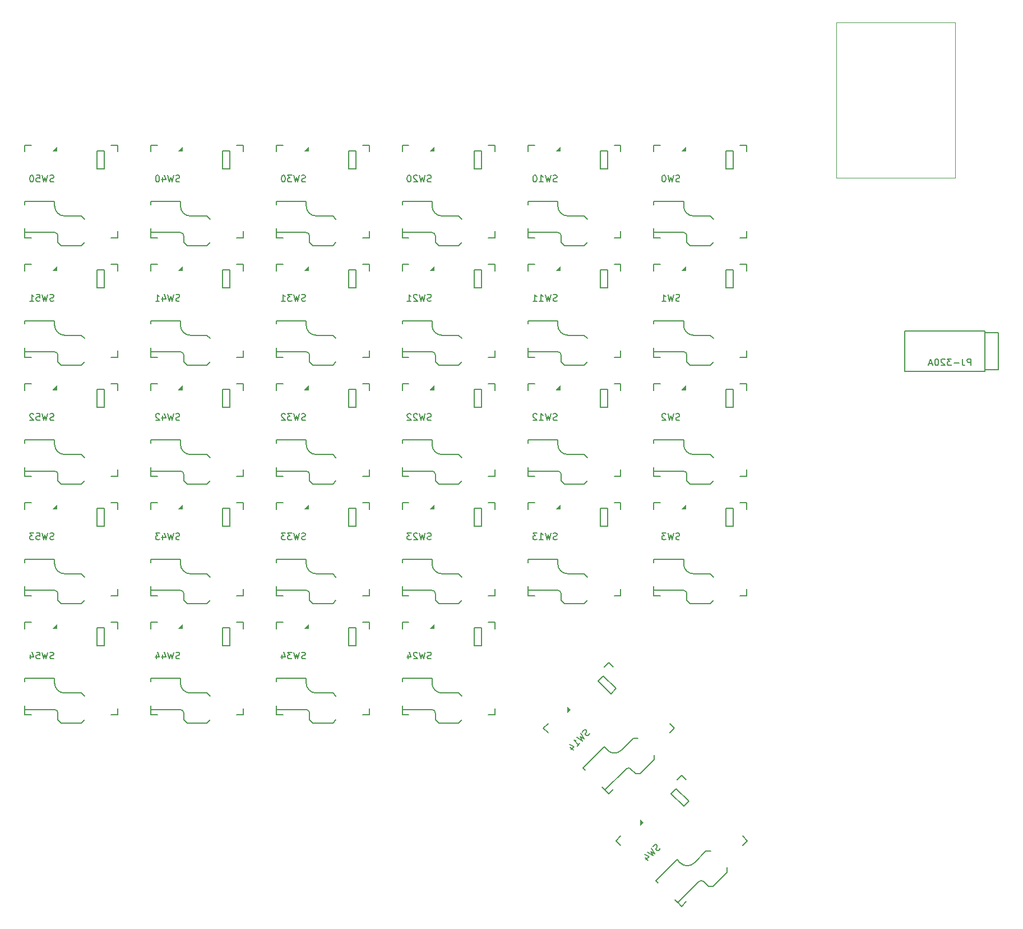
<source format=gbr>
%TF.GenerationSoftware,KiCad,Pcbnew,(6.0.2)*%
%TF.CreationDate,2022-04-13T18:01:38+02:00*%
%TF.ProjectId,SPKB,53504b42-2e6b-4696-9361-645f70636258,rev?*%
%TF.SameCoordinates,Original*%
%TF.FileFunction,Legend,Bot*%
%TF.FilePolarity,Positive*%
%FSLAX46Y46*%
G04 Gerber Fmt 4.6, Leading zero omitted, Abs format (unit mm)*
G04 Created by KiCad (PCBNEW (6.0.2)) date 2022-04-13 18:01:38*
%MOMM*%
%LPD*%
G01*
G04 APERTURE LIST*
%ADD10C,0.150000*%
%ADD11C,0.200000*%
%ADD12C,0.100000*%
%ADD13C,0.120000*%
G04 APERTURE END LIST*
D10*
%TO.C,SW20*%
X93364523Y-53499761D02*
X93221666Y-53547380D01*
X92983571Y-53547380D01*
X92888333Y-53499761D01*
X92840714Y-53452142D01*
X92793095Y-53356904D01*
X92793095Y-53261666D01*
X92840714Y-53166428D01*
X92888333Y-53118809D01*
X92983571Y-53071190D01*
X93174047Y-53023571D01*
X93269285Y-52975952D01*
X93316904Y-52928333D01*
X93364523Y-52833095D01*
X93364523Y-52737857D01*
X93316904Y-52642619D01*
X93269285Y-52595000D01*
X93174047Y-52547380D01*
X92935952Y-52547380D01*
X92793095Y-52595000D01*
X92459761Y-52547380D02*
X92221666Y-53547380D01*
X92031190Y-52833095D01*
X91840714Y-53547380D01*
X91602619Y-52547380D01*
X91269285Y-52642619D02*
X91221666Y-52595000D01*
X91126428Y-52547380D01*
X90888333Y-52547380D01*
X90793095Y-52595000D01*
X90745476Y-52642619D01*
X90697857Y-52737857D01*
X90697857Y-52833095D01*
X90745476Y-52975952D01*
X91316904Y-53547380D01*
X90697857Y-53547380D01*
X90078809Y-52547380D02*
X89983571Y-52547380D01*
X89888333Y-52595000D01*
X89840714Y-52642619D01*
X89793095Y-52737857D01*
X89745476Y-52928333D01*
X89745476Y-53166428D01*
X89793095Y-53356904D01*
X89840714Y-53452142D01*
X89888333Y-53499761D01*
X89983571Y-53547380D01*
X90078809Y-53547380D01*
X90174047Y-53499761D01*
X90221666Y-53452142D01*
X90269285Y-53356904D01*
X90316904Y-53166428D01*
X90316904Y-52928333D01*
X90269285Y-52737857D01*
X90221666Y-52642619D01*
X90174047Y-52595000D01*
X90078809Y-52547380D01*
%TO.C,SW22*%
X93364523Y-89499761D02*
X93221666Y-89547380D01*
X92983571Y-89547380D01*
X92888333Y-89499761D01*
X92840714Y-89452142D01*
X92793095Y-89356904D01*
X92793095Y-89261666D01*
X92840714Y-89166428D01*
X92888333Y-89118809D01*
X92983571Y-89071190D01*
X93174047Y-89023571D01*
X93269285Y-88975952D01*
X93316904Y-88928333D01*
X93364523Y-88833095D01*
X93364523Y-88737857D01*
X93316904Y-88642619D01*
X93269285Y-88595000D01*
X93174047Y-88547380D01*
X92935952Y-88547380D01*
X92793095Y-88595000D01*
X92459761Y-88547380D02*
X92221666Y-89547380D01*
X92031190Y-88833095D01*
X91840714Y-89547380D01*
X91602619Y-88547380D01*
X91269285Y-88642619D02*
X91221666Y-88595000D01*
X91126428Y-88547380D01*
X90888333Y-88547380D01*
X90793095Y-88595000D01*
X90745476Y-88642619D01*
X90697857Y-88737857D01*
X90697857Y-88833095D01*
X90745476Y-88975952D01*
X91316904Y-89547380D01*
X90697857Y-89547380D01*
X90316904Y-88642619D02*
X90269285Y-88595000D01*
X90174047Y-88547380D01*
X89935952Y-88547380D01*
X89840714Y-88595000D01*
X89793095Y-88642619D01*
X89745476Y-88737857D01*
X89745476Y-88833095D01*
X89793095Y-88975952D01*
X90364523Y-89547380D01*
X89745476Y-89547380D01*
%TO.C,SW0*%
X130888333Y-53499761D02*
X130745476Y-53547380D01*
X130507380Y-53547380D01*
X130412142Y-53499761D01*
X130364523Y-53452142D01*
X130316904Y-53356904D01*
X130316904Y-53261666D01*
X130364523Y-53166428D01*
X130412142Y-53118809D01*
X130507380Y-53071190D01*
X130697857Y-53023571D01*
X130793095Y-52975952D01*
X130840714Y-52928333D01*
X130888333Y-52833095D01*
X130888333Y-52737857D01*
X130840714Y-52642619D01*
X130793095Y-52595000D01*
X130697857Y-52547380D01*
X130459761Y-52547380D01*
X130316904Y-52595000D01*
X129983571Y-52547380D02*
X129745476Y-53547380D01*
X129555000Y-52833095D01*
X129364523Y-53547380D01*
X129126428Y-52547380D01*
X128555000Y-52547380D02*
X128459761Y-52547380D01*
X128364523Y-52595000D01*
X128316904Y-52642619D01*
X128269285Y-52737857D01*
X128221666Y-52928333D01*
X128221666Y-53166428D01*
X128269285Y-53356904D01*
X128316904Y-53452142D01*
X128364523Y-53499761D01*
X128459761Y-53547380D01*
X128555000Y-53547380D01*
X128650238Y-53499761D01*
X128697857Y-53452142D01*
X128745476Y-53356904D01*
X128793095Y-53166428D01*
X128793095Y-52928333D01*
X128745476Y-52737857D01*
X128697857Y-52642619D01*
X128650238Y-52595000D01*
X128555000Y-52547380D01*
%TO.C,SW21*%
X93364523Y-71499761D02*
X93221666Y-71547380D01*
X92983571Y-71547380D01*
X92888333Y-71499761D01*
X92840714Y-71452142D01*
X92793095Y-71356904D01*
X92793095Y-71261666D01*
X92840714Y-71166428D01*
X92888333Y-71118809D01*
X92983571Y-71071190D01*
X93174047Y-71023571D01*
X93269285Y-70975952D01*
X93316904Y-70928333D01*
X93364523Y-70833095D01*
X93364523Y-70737857D01*
X93316904Y-70642619D01*
X93269285Y-70595000D01*
X93174047Y-70547380D01*
X92935952Y-70547380D01*
X92793095Y-70595000D01*
X92459761Y-70547380D02*
X92221666Y-71547380D01*
X92031190Y-70833095D01*
X91840714Y-71547380D01*
X91602619Y-70547380D01*
X91269285Y-70642619D02*
X91221666Y-70595000D01*
X91126428Y-70547380D01*
X90888333Y-70547380D01*
X90793095Y-70595000D01*
X90745476Y-70642619D01*
X90697857Y-70737857D01*
X90697857Y-70833095D01*
X90745476Y-70975952D01*
X91316904Y-71547380D01*
X90697857Y-71547380D01*
X89745476Y-71547380D02*
X90316904Y-71547380D01*
X90031190Y-71547380D02*
X90031190Y-70547380D01*
X90126428Y-70690238D01*
X90221666Y-70785476D01*
X90316904Y-70833095D01*
%TO.C,SW52*%
X36364523Y-89499761D02*
X36221666Y-89547380D01*
X35983571Y-89547380D01*
X35888333Y-89499761D01*
X35840714Y-89452142D01*
X35793095Y-89356904D01*
X35793095Y-89261666D01*
X35840714Y-89166428D01*
X35888333Y-89118809D01*
X35983571Y-89071190D01*
X36174047Y-89023571D01*
X36269285Y-88975952D01*
X36316904Y-88928333D01*
X36364523Y-88833095D01*
X36364523Y-88737857D01*
X36316904Y-88642619D01*
X36269285Y-88595000D01*
X36174047Y-88547380D01*
X35935952Y-88547380D01*
X35793095Y-88595000D01*
X35459761Y-88547380D02*
X35221666Y-89547380D01*
X35031190Y-88833095D01*
X34840714Y-89547380D01*
X34602619Y-88547380D01*
X33745476Y-88547380D02*
X34221666Y-88547380D01*
X34269285Y-89023571D01*
X34221666Y-88975952D01*
X34126428Y-88928333D01*
X33888333Y-88928333D01*
X33793095Y-88975952D01*
X33745476Y-89023571D01*
X33697857Y-89118809D01*
X33697857Y-89356904D01*
X33745476Y-89452142D01*
X33793095Y-89499761D01*
X33888333Y-89547380D01*
X34126428Y-89547380D01*
X34221666Y-89499761D01*
X34269285Y-89452142D01*
X33316904Y-88642619D02*
X33269285Y-88595000D01*
X33174047Y-88547380D01*
X32935952Y-88547380D01*
X32840714Y-88595000D01*
X32793095Y-88642619D01*
X32745476Y-88737857D01*
X32745476Y-88833095D01*
X32793095Y-88975952D01*
X33364523Y-89547380D01*
X32745476Y-89547380D01*
%TO.C,SW54*%
X36364523Y-125499761D02*
X36221666Y-125547380D01*
X35983571Y-125547380D01*
X35888333Y-125499761D01*
X35840714Y-125452142D01*
X35793095Y-125356904D01*
X35793095Y-125261666D01*
X35840714Y-125166428D01*
X35888333Y-125118809D01*
X35983571Y-125071190D01*
X36174047Y-125023571D01*
X36269285Y-124975952D01*
X36316904Y-124928333D01*
X36364523Y-124833095D01*
X36364523Y-124737857D01*
X36316904Y-124642619D01*
X36269285Y-124595000D01*
X36174047Y-124547380D01*
X35935952Y-124547380D01*
X35793095Y-124595000D01*
X35459761Y-124547380D02*
X35221666Y-125547380D01*
X35031190Y-124833095D01*
X34840714Y-125547380D01*
X34602619Y-124547380D01*
X33745476Y-124547380D02*
X34221666Y-124547380D01*
X34269285Y-125023571D01*
X34221666Y-124975952D01*
X34126428Y-124928333D01*
X33888333Y-124928333D01*
X33793095Y-124975952D01*
X33745476Y-125023571D01*
X33697857Y-125118809D01*
X33697857Y-125356904D01*
X33745476Y-125452142D01*
X33793095Y-125499761D01*
X33888333Y-125547380D01*
X34126428Y-125547380D01*
X34221666Y-125499761D01*
X34269285Y-125452142D01*
X32840714Y-124880714D02*
X32840714Y-125547380D01*
X33078809Y-124499761D02*
X33316904Y-125214047D01*
X32697857Y-125214047D01*
%TO.C,SW34*%
X74364523Y-125499761D02*
X74221666Y-125547380D01*
X73983571Y-125547380D01*
X73888333Y-125499761D01*
X73840714Y-125452142D01*
X73793095Y-125356904D01*
X73793095Y-125261666D01*
X73840714Y-125166428D01*
X73888333Y-125118809D01*
X73983571Y-125071190D01*
X74174047Y-125023571D01*
X74269285Y-124975952D01*
X74316904Y-124928333D01*
X74364523Y-124833095D01*
X74364523Y-124737857D01*
X74316904Y-124642619D01*
X74269285Y-124595000D01*
X74174047Y-124547380D01*
X73935952Y-124547380D01*
X73793095Y-124595000D01*
X73459761Y-124547380D02*
X73221666Y-125547380D01*
X73031190Y-124833095D01*
X72840714Y-125547380D01*
X72602619Y-124547380D01*
X72316904Y-124547380D02*
X71697857Y-124547380D01*
X72031190Y-124928333D01*
X71888333Y-124928333D01*
X71793095Y-124975952D01*
X71745476Y-125023571D01*
X71697857Y-125118809D01*
X71697857Y-125356904D01*
X71745476Y-125452142D01*
X71793095Y-125499761D01*
X71888333Y-125547380D01*
X72174047Y-125547380D01*
X72269285Y-125499761D01*
X72316904Y-125452142D01*
X70840714Y-124880714D02*
X70840714Y-125547380D01*
X71078809Y-124499761D02*
X71316904Y-125214047D01*
X70697857Y-125214047D01*
%TO.C,SW50*%
X36364523Y-53499761D02*
X36221666Y-53547380D01*
X35983571Y-53547380D01*
X35888333Y-53499761D01*
X35840714Y-53452142D01*
X35793095Y-53356904D01*
X35793095Y-53261666D01*
X35840714Y-53166428D01*
X35888333Y-53118809D01*
X35983571Y-53071190D01*
X36174047Y-53023571D01*
X36269285Y-52975952D01*
X36316904Y-52928333D01*
X36364523Y-52833095D01*
X36364523Y-52737857D01*
X36316904Y-52642619D01*
X36269285Y-52595000D01*
X36174047Y-52547380D01*
X35935952Y-52547380D01*
X35793095Y-52595000D01*
X35459761Y-52547380D02*
X35221666Y-53547380D01*
X35031190Y-52833095D01*
X34840714Y-53547380D01*
X34602619Y-52547380D01*
X33745476Y-52547380D02*
X34221666Y-52547380D01*
X34269285Y-53023571D01*
X34221666Y-52975952D01*
X34126428Y-52928333D01*
X33888333Y-52928333D01*
X33793095Y-52975952D01*
X33745476Y-53023571D01*
X33697857Y-53118809D01*
X33697857Y-53356904D01*
X33745476Y-53452142D01*
X33793095Y-53499761D01*
X33888333Y-53547380D01*
X34126428Y-53547380D01*
X34221666Y-53499761D01*
X34269285Y-53452142D01*
X33078809Y-52547380D02*
X32983571Y-52547380D01*
X32888333Y-52595000D01*
X32840714Y-52642619D01*
X32793095Y-52737857D01*
X32745476Y-52928333D01*
X32745476Y-53166428D01*
X32793095Y-53356904D01*
X32840714Y-53452142D01*
X32888333Y-53499761D01*
X32983571Y-53547380D01*
X33078809Y-53547380D01*
X33174047Y-53499761D01*
X33221666Y-53452142D01*
X33269285Y-53356904D01*
X33316904Y-53166428D01*
X33316904Y-52928333D01*
X33269285Y-52737857D01*
X33221666Y-52642619D01*
X33174047Y-52595000D01*
X33078809Y-52547380D01*
%TO.C,SW13*%
X112364523Y-107499761D02*
X112221666Y-107547380D01*
X111983571Y-107547380D01*
X111888333Y-107499761D01*
X111840714Y-107452142D01*
X111793095Y-107356904D01*
X111793095Y-107261666D01*
X111840714Y-107166428D01*
X111888333Y-107118809D01*
X111983571Y-107071190D01*
X112174047Y-107023571D01*
X112269285Y-106975952D01*
X112316904Y-106928333D01*
X112364523Y-106833095D01*
X112364523Y-106737857D01*
X112316904Y-106642619D01*
X112269285Y-106595000D01*
X112174047Y-106547380D01*
X111935952Y-106547380D01*
X111793095Y-106595000D01*
X111459761Y-106547380D02*
X111221666Y-107547380D01*
X111031190Y-106833095D01*
X110840714Y-107547380D01*
X110602619Y-106547380D01*
X109697857Y-107547380D02*
X110269285Y-107547380D01*
X109983571Y-107547380D02*
X109983571Y-106547380D01*
X110078809Y-106690238D01*
X110174047Y-106785476D01*
X110269285Y-106833095D01*
X109364523Y-106547380D02*
X108745476Y-106547380D01*
X109078809Y-106928333D01*
X108935952Y-106928333D01*
X108840714Y-106975952D01*
X108793095Y-107023571D01*
X108745476Y-107118809D01*
X108745476Y-107356904D01*
X108793095Y-107452142D01*
X108840714Y-107499761D01*
X108935952Y-107547380D01*
X109221666Y-107547380D01*
X109316904Y-107499761D01*
X109364523Y-107452142D01*
%TO.C,SW32*%
X74364523Y-89499761D02*
X74221666Y-89547380D01*
X73983571Y-89547380D01*
X73888333Y-89499761D01*
X73840714Y-89452142D01*
X73793095Y-89356904D01*
X73793095Y-89261666D01*
X73840714Y-89166428D01*
X73888333Y-89118809D01*
X73983571Y-89071190D01*
X74174047Y-89023571D01*
X74269285Y-88975952D01*
X74316904Y-88928333D01*
X74364523Y-88833095D01*
X74364523Y-88737857D01*
X74316904Y-88642619D01*
X74269285Y-88595000D01*
X74174047Y-88547380D01*
X73935952Y-88547380D01*
X73793095Y-88595000D01*
X73459761Y-88547380D02*
X73221666Y-89547380D01*
X73031190Y-88833095D01*
X72840714Y-89547380D01*
X72602619Y-88547380D01*
X72316904Y-88547380D02*
X71697857Y-88547380D01*
X72031190Y-88928333D01*
X71888333Y-88928333D01*
X71793095Y-88975952D01*
X71745476Y-89023571D01*
X71697857Y-89118809D01*
X71697857Y-89356904D01*
X71745476Y-89452142D01*
X71793095Y-89499761D01*
X71888333Y-89547380D01*
X72174047Y-89547380D01*
X72269285Y-89499761D01*
X72316904Y-89452142D01*
X71316904Y-88642619D02*
X71269285Y-88595000D01*
X71174047Y-88547380D01*
X70935952Y-88547380D01*
X70840714Y-88595000D01*
X70793095Y-88642619D01*
X70745476Y-88737857D01*
X70745476Y-88833095D01*
X70793095Y-88975952D01*
X71364523Y-89547380D01*
X70745476Y-89547380D01*
%TO.C,SW41*%
X55364523Y-71499761D02*
X55221666Y-71547380D01*
X54983571Y-71547380D01*
X54888333Y-71499761D01*
X54840714Y-71452142D01*
X54793095Y-71356904D01*
X54793095Y-71261666D01*
X54840714Y-71166428D01*
X54888333Y-71118809D01*
X54983571Y-71071190D01*
X55174047Y-71023571D01*
X55269285Y-70975952D01*
X55316904Y-70928333D01*
X55364523Y-70833095D01*
X55364523Y-70737857D01*
X55316904Y-70642619D01*
X55269285Y-70595000D01*
X55174047Y-70547380D01*
X54935952Y-70547380D01*
X54793095Y-70595000D01*
X54459761Y-70547380D02*
X54221666Y-71547380D01*
X54031190Y-70833095D01*
X53840714Y-71547380D01*
X53602619Y-70547380D01*
X52793095Y-70880714D02*
X52793095Y-71547380D01*
X53031190Y-70499761D02*
X53269285Y-71214047D01*
X52650238Y-71214047D01*
X51745476Y-71547380D02*
X52316904Y-71547380D01*
X52031190Y-71547380D02*
X52031190Y-70547380D01*
X52126428Y-70690238D01*
X52221666Y-70785476D01*
X52316904Y-70833095D01*
%TO.C,SW44*%
X55364523Y-125499761D02*
X55221666Y-125547380D01*
X54983571Y-125547380D01*
X54888333Y-125499761D01*
X54840714Y-125452142D01*
X54793095Y-125356904D01*
X54793095Y-125261666D01*
X54840714Y-125166428D01*
X54888333Y-125118809D01*
X54983571Y-125071190D01*
X55174047Y-125023571D01*
X55269285Y-124975952D01*
X55316904Y-124928333D01*
X55364523Y-124833095D01*
X55364523Y-124737857D01*
X55316904Y-124642619D01*
X55269285Y-124595000D01*
X55174047Y-124547380D01*
X54935952Y-124547380D01*
X54793095Y-124595000D01*
X54459761Y-124547380D02*
X54221666Y-125547380D01*
X54031190Y-124833095D01*
X53840714Y-125547380D01*
X53602619Y-124547380D01*
X52793095Y-124880714D02*
X52793095Y-125547380D01*
X53031190Y-124499761D02*
X53269285Y-125214047D01*
X52650238Y-125214047D01*
X51840714Y-124880714D02*
X51840714Y-125547380D01*
X52078809Y-124499761D02*
X52316904Y-125214047D01*
X51697857Y-125214047D01*
%TO.C,SW11*%
X112364523Y-71499761D02*
X112221666Y-71547380D01*
X111983571Y-71547380D01*
X111888333Y-71499761D01*
X111840714Y-71452142D01*
X111793095Y-71356904D01*
X111793095Y-71261666D01*
X111840714Y-71166428D01*
X111888333Y-71118809D01*
X111983571Y-71071190D01*
X112174047Y-71023571D01*
X112269285Y-70975952D01*
X112316904Y-70928333D01*
X112364523Y-70833095D01*
X112364523Y-70737857D01*
X112316904Y-70642619D01*
X112269285Y-70595000D01*
X112174047Y-70547380D01*
X111935952Y-70547380D01*
X111793095Y-70595000D01*
X111459761Y-70547380D02*
X111221666Y-71547380D01*
X111031190Y-70833095D01*
X110840714Y-71547380D01*
X110602619Y-70547380D01*
X109697857Y-71547380D02*
X110269285Y-71547380D01*
X109983571Y-71547380D02*
X109983571Y-70547380D01*
X110078809Y-70690238D01*
X110174047Y-70785476D01*
X110269285Y-70833095D01*
X108745476Y-71547380D02*
X109316904Y-71547380D01*
X109031190Y-71547380D02*
X109031190Y-70547380D01*
X109126428Y-70690238D01*
X109221666Y-70785476D01*
X109316904Y-70833095D01*
%TO.C,SW42*%
X55364523Y-89499761D02*
X55221666Y-89547380D01*
X54983571Y-89547380D01*
X54888333Y-89499761D01*
X54840714Y-89452142D01*
X54793095Y-89356904D01*
X54793095Y-89261666D01*
X54840714Y-89166428D01*
X54888333Y-89118809D01*
X54983571Y-89071190D01*
X55174047Y-89023571D01*
X55269285Y-88975952D01*
X55316904Y-88928333D01*
X55364523Y-88833095D01*
X55364523Y-88737857D01*
X55316904Y-88642619D01*
X55269285Y-88595000D01*
X55174047Y-88547380D01*
X54935952Y-88547380D01*
X54793095Y-88595000D01*
X54459761Y-88547380D02*
X54221666Y-89547380D01*
X54031190Y-88833095D01*
X53840714Y-89547380D01*
X53602619Y-88547380D01*
X52793095Y-88880714D02*
X52793095Y-89547380D01*
X53031190Y-88499761D02*
X53269285Y-89214047D01*
X52650238Y-89214047D01*
X52316904Y-88642619D02*
X52269285Y-88595000D01*
X52174047Y-88547380D01*
X51935952Y-88547380D01*
X51840714Y-88595000D01*
X51793095Y-88642619D01*
X51745476Y-88737857D01*
X51745476Y-88833095D01*
X51793095Y-88975952D01*
X52364523Y-89547380D01*
X51745476Y-89547380D01*
%TO.C,SW3*%
X130888333Y-107499761D02*
X130745476Y-107547380D01*
X130507380Y-107547380D01*
X130412142Y-107499761D01*
X130364523Y-107452142D01*
X130316904Y-107356904D01*
X130316904Y-107261666D01*
X130364523Y-107166428D01*
X130412142Y-107118809D01*
X130507380Y-107071190D01*
X130697857Y-107023571D01*
X130793095Y-106975952D01*
X130840714Y-106928333D01*
X130888333Y-106833095D01*
X130888333Y-106737857D01*
X130840714Y-106642619D01*
X130793095Y-106595000D01*
X130697857Y-106547380D01*
X130459761Y-106547380D01*
X130316904Y-106595000D01*
X129983571Y-106547380D02*
X129745476Y-107547380D01*
X129555000Y-106833095D01*
X129364523Y-107547380D01*
X129126428Y-106547380D01*
X128840714Y-106547380D02*
X128221666Y-106547380D01*
X128555000Y-106928333D01*
X128412142Y-106928333D01*
X128316904Y-106975952D01*
X128269285Y-107023571D01*
X128221666Y-107118809D01*
X128221666Y-107356904D01*
X128269285Y-107452142D01*
X128316904Y-107499761D01*
X128412142Y-107547380D01*
X128697857Y-107547380D01*
X128793095Y-107499761D01*
X128840714Y-107452142D01*
%TO.C,SW24*%
X93364523Y-125499761D02*
X93221666Y-125547380D01*
X92983571Y-125547380D01*
X92888333Y-125499761D01*
X92840714Y-125452142D01*
X92793095Y-125356904D01*
X92793095Y-125261666D01*
X92840714Y-125166428D01*
X92888333Y-125118809D01*
X92983571Y-125071190D01*
X93174047Y-125023571D01*
X93269285Y-124975952D01*
X93316904Y-124928333D01*
X93364523Y-124833095D01*
X93364523Y-124737857D01*
X93316904Y-124642619D01*
X93269285Y-124595000D01*
X93174047Y-124547380D01*
X92935952Y-124547380D01*
X92793095Y-124595000D01*
X92459761Y-124547380D02*
X92221666Y-125547380D01*
X92031190Y-124833095D01*
X91840714Y-125547380D01*
X91602619Y-124547380D01*
X91269285Y-124642619D02*
X91221666Y-124595000D01*
X91126428Y-124547380D01*
X90888333Y-124547380D01*
X90793095Y-124595000D01*
X90745476Y-124642619D01*
X90697857Y-124737857D01*
X90697857Y-124833095D01*
X90745476Y-124975952D01*
X91316904Y-125547380D01*
X90697857Y-125547380D01*
X89840714Y-124880714D02*
X89840714Y-125547380D01*
X90078809Y-124499761D02*
X90316904Y-125214047D01*
X89697857Y-125214047D01*
%TO.C,SW14*%
X117275608Y-136802734D02*
X117208264Y-136937421D01*
X117039906Y-137105780D01*
X116938890Y-137139451D01*
X116871547Y-137139451D01*
X116770532Y-137105780D01*
X116703188Y-137038436D01*
X116669516Y-136937421D01*
X116669516Y-136870077D01*
X116703188Y-136769062D01*
X116804203Y-136600703D01*
X116837875Y-136499688D01*
X116837875Y-136432345D01*
X116804203Y-136331329D01*
X116736860Y-136263986D01*
X116635845Y-136230314D01*
X116568501Y-136230314D01*
X116467486Y-136263986D01*
X116299127Y-136432345D01*
X116231784Y-136567032D01*
X115962410Y-136769062D02*
X116501158Y-137644528D01*
X115861394Y-137274138D01*
X116231784Y-137913902D01*
X115356318Y-137375154D01*
X115423662Y-138722024D02*
X115827723Y-138317963D01*
X115625692Y-138519993D02*
X114918585Y-137812886D01*
X115086944Y-137846558D01*
X115221631Y-137846558D01*
X115322646Y-137812886D01*
X114346166Y-138856711D02*
X114817570Y-139328115D01*
X114245150Y-138418978D02*
X114918585Y-138755695D01*
X114480853Y-139193428D01*
%TO.C,SW33*%
X74364523Y-107499761D02*
X74221666Y-107547380D01*
X73983571Y-107547380D01*
X73888333Y-107499761D01*
X73840714Y-107452142D01*
X73793095Y-107356904D01*
X73793095Y-107261666D01*
X73840714Y-107166428D01*
X73888333Y-107118809D01*
X73983571Y-107071190D01*
X74174047Y-107023571D01*
X74269285Y-106975952D01*
X74316904Y-106928333D01*
X74364523Y-106833095D01*
X74364523Y-106737857D01*
X74316904Y-106642619D01*
X74269285Y-106595000D01*
X74174047Y-106547380D01*
X73935952Y-106547380D01*
X73793095Y-106595000D01*
X73459761Y-106547380D02*
X73221666Y-107547380D01*
X73031190Y-106833095D01*
X72840714Y-107547380D01*
X72602619Y-106547380D01*
X72316904Y-106547380D02*
X71697857Y-106547380D01*
X72031190Y-106928333D01*
X71888333Y-106928333D01*
X71793095Y-106975952D01*
X71745476Y-107023571D01*
X71697857Y-107118809D01*
X71697857Y-107356904D01*
X71745476Y-107452142D01*
X71793095Y-107499761D01*
X71888333Y-107547380D01*
X72174047Y-107547380D01*
X72269285Y-107499761D01*
X72316904Y-107452142D01*
X71364523Y-106547380D02*
X70745476Y-106547380D01*
X71078809Y-106928333D01*
X70935952Y-106928333D01*
X70840714Y-106975952D01*
X70793095Y-107023571D01*
X70745476Y-107118809D01*
X70745476Y-107356904D01*
X70793095Y-107452142D01*
X70840714Y-107499761D01*
X70935952Y-107547380D01*
X71221666Y-107547380D01*
X71316904Y-107499761D01*
X71364523Y-107452142D01*
%TO.C,SW1*%
X130888333Y-71499761D02*
X130745476Y-71547380D01*
X130507380Y-71547380D01*
X130412142Y-71499761D01*
X130364523Y-71452142D01*
X130316904Y-71356904D01*
X130316904Y-71261666D01*
X130364523Y-71166428D01*
X130412142Y-71118809D01*
X130507380Y-71071190D01*
X130697857Y-71023571D01*
X130793095Y-70975952D01*
X130840714Y-70928333D01*
X130888333Y-70833095D01*
X130888333Y-70737857D01*
X130840714Y-70642619D01*
X130793095Y-70595000D01*
X130697857Y-70547380D01*
X130459761Y-70547380D01*
X130316904Y-70595000D01*
X129983571Y-70547380D02*
X129745476Y-71547380D01*
X129555000Y-70833095D01*
X129364523Y-71547380D01*
X129126428Y-70547380D01*
X128221666Y-71547380D02*
X128793095Y-71547380D01*
X128507380Y-71547380D02*
X128507380Y-70547380D01*
X128602619Y-70690238D01*
X128697857Y-70785476D01*
X128793095Y-70833095D01*
%TO.C,SW23*%
X93364523Y-107499761D02*
X93221666Y-107547380D01*
X92983571Y-107547380D01*
X92888333Y-107499761D01*
X92840714Y-107452142D01*
X92793095Y-107356904D01*
X92793095Y-107261666D01*
X92840714Y-107166428D01*
X92888333Y-107118809D01*
X92983571Y-107071190D01*
X93174047Y-107023571D01*
X93269285Y-106975952D01*
X93316904Y-106928333D01*
X93364523Y-106833095D01*
X93364523Y-106737857D01*
X93316904Y-106642619D01*
X93269285Y-106595000D01*
X93174047Y-106547380D01*
X92935952Y-106547380D01*
X92793095Y-106595000D01*
X92459761Y-106547380D02*
X92221666Y-107547380D01*
X92031190Y-106833095D01*
X91840714Y-107547380D01*
X91602619Y-106547380D01*
X91269285Y-106642619D02*
X91221666Y-106595000D01*
X91126428Y-106547380D01*
X90888333Y-106547380D01*
X90793095Y-106595000D01*
X90745476Y-106642619D01*
X90697857Y-106737857D01*
X90697857Y-106833095D01*
X90745476Y-106975952D01*
X91316904Y-107547380D01*
X90697857Y-107547380D01*
X90364523Y-106547380D02*
X89745476Y-106547380D01*
X90078809Y-106928333D01*
X89935952Y-106928333D01*
X89840714Y-106975952D01*
X89793095Y-107023571D01*
X89745476Y-107118809D01*
X89745476Y-107356904D01*
X89793095Y-107452142D01*
X89840714Y-107499761D01*
X89935952Y-107547380D01*
X90221666Y-107547380D01*
X90316904Y-107499761D01*
X90364523Y-107452142D01*
%TO.C,SW30*%
X74364523Y-53499761D02*
X74221666Y-53547380D01*
X73983571Y-53547380D01*
X73888333Y-53499761D01*
X73840714Y-53452142D01*
X73793095Y-53356904D01*
X73793095Y-53261666D01*
X73840714Y-53166428D01*
X73888333Y-53118809D01*
X73983571Y-53071190D01*
X74174047Y-53023571D01*
X74269285Y-52975952D01*
X74316904Y-52928333D01*
X74364523Y-52833095D01*
X74364523Y-52737857D01*
X74316904Y-52642619D01*
X74269285Y-52595000D01*
X74174047Y-52547380D01*
X73935952Y-52547380D01*
X73793095Y-52595000D01*
X73459761Y-52547380D02*
X73221666Y-53547380D01*
X73031190Y-52833095D01*
X72840714Y-53547380D01*
X72602619Y-52547380D01*
X72316904Y-52547380D02*
X71697857Y-52547380D01*
X72031190Y-52928333D01*
X71888333Y-52928333D01*
X71793095Y-52975952D01*
X71745476Y-53023571D01*
X71697857Y-53118809D01*
X71697857Y-53356904D01*
X71745476Y-53452142D01*
X71793095Y-53499761D01*
X71888333Y-53547380D01*
X72174047Y-53547380D01*
X72269285Y-53499761D01*
X72316904Y-53452142D01*
X71078809Y-52547380D02*
X70983571Y-52547380D01*
X70888333Y-52595000D01*
X70840714Y-52642619D01*
X70793095Y-52737857D01*
X70745476Y-52928333D01*
X70745476Y-53166428D01*
X70793095Y-53356904D01*
X70840714Y-53452142D01*
X70888333Y-53499761D01*
X70983571Y-53547380D01*
X71078809Y-53547380D01*
X71174047Y-53499761D01*
X71221666Y-53452142D01*
X71269285Y-53356904D01*
X71316904Y-53166428D01*
X71316904Y-52928333D01*
X71269285Y-52737857D01*
X71221666Y-52642619D01*
X71174047Y-52595000D01*
X71078809Y-52547380D01*
%TO.C,SW4*%
X127938890Y-154139451D02*
X127871547Y-154274138D01*
X127703188Y-154442497D01*
X127602173Y-154476169D01*
X127534829Y-154476169D01*
X127433814Y-154442497D01*
X127366471Y-154375154D01*
X127332799Y-154274138D01*
X127332799Y-154206795D01*
X127366471Y-154105780D01*
X127467486Y-153937421D01*
X127501158Y-153836406D01*
X127501158Y-153769062D01*
X127467486Y-153668047D01*
X127400142Y-153600703D01*
X127299127Y-153567032D01*
X127231784Y-153567032D01*
X127130768Y-153600703D01*
X126962410Y-153769062D01*
X126895066Y-153903749D01*
X126625692Y-154105780D02*
X127164440Y-154981245D01*
X126524677Y-154610856D01*
X126895066Y-155250619D01*
X126019601Y-154711871D01*
X125682883Y-155519993D02*
X126154288Y-155991398D01*
X125581868Y-155082260D02*
X126255303Y-155418978D01*
X125817570Y-155856711D01*
%TO.C,T1*%
X174869047Y-81252380D02*
X174869047Y-80252380D01*
X174488095Y-80252380D01*
X174392857Y-80300000D01*
X174345238Y-80347619D01*
X174297619Y-80442857D01*
X174297619Y-80585714D01*
X174345238Y-80680952D01*
X174392857Y-80728571D01*
X174488095Y-80776190D01*
X174869047Y-80776190D01*
X173583333Y-80252380D02*
X173583333Y-80966666D01*
X173630952Y-81109523D01*
X173726190Y-81204761D01*
X173869047Y-81252380D01*
X173964285Y-81252380D01*
X173107142Y-80871428D02*
X172345238Y-80871428D01*
X171964285Y-80252380D02*
X171345238Y-80252380D01*
X171678571Y-80633333D01*
X171535714Y-80633333D01*
X171440476Y-80680952D01*
X171392857Y-80728571D01*
X171345238Y-80823809D01*
X171345238Y-81061904D01*
X171392857Y-81157142D01*
X171440476Y-81204761D01*
X171535714Y-81252380D01*
X171821428Y-81252380D01*
X171916666Y-81204761D01*
X171964285Y-81157142D01*
X170964285Y-80347619D02*
X170916666Y-80300000D01*
X170821428Y-80252380D01*
X170583333Y-80252380D01*
X170488095Y-80300000D01*
X170440476Y-80347619D01*
X170392857Y-80442857D01*
X170392857Y-80538095D01*
X170440476Y-80680952D01*
X171011904Y-81252380D01*
X170392857Y-81252380D01*
X169773809Y-80252380D02*
X169678571Y-80252380D01*
X169583333Y-80300000D01*
X169535714Y-80347619D01*
X169488095Y-80442857D01*
X169440476Y-80633333D01*
X169440476Y-80871428D01*
X169488095Y-81061904D01*
X169535714Y-81157142D01*
X169583333Y-81204761D01*
X169678571Y-81252380D01*
X169773809Y-81252380D01*
X169869047Y-81204761D01*
X169916666Y-81157142D01*
X169964285Y-81061904D01*
X170011904Y-80871428D01*
X170011904Y-80633333D01*
X169964285Y-80442857D01*
X169916666Y-80347619D01*
X169869047Y-80300000D01*
X169773809Y-80252380D01*
X169059523Y-80966666D02*
X168583333Y-80966666D01*
X169154761Y-81252380D02*
X168821428Y-80252380D01*
X168488095Y-81252380D01*
%TO.C,SW43*%
X55364523Y-107499761D02*
X55221666Y-107547380D01*
X54983571Y-107547380D01*
X54888333Y-107499761D01*
X54840714Y-107452142D01*
X54793095Y-107356904D01*
X54793095Y-107261666D01*
X54840714Y-107166428D01*
X54888333Y-107118809D01*
X54983571Y-107071190D01*
X55174047Y-107023571D01*
X55269285Y-106975952D01*
X55316904Y-106928333D01*
X55364523Y-106833095D01*
X55364523Y-106737857D01*
X55316904Y-106642619D01*
X55269285Y-106595000D01*
X55174047Y-106547380D01*
X54935952Y-106547380D01*
X54793095Y-106595000D01*
X54459761Y-106547380D02*
X54221666Y-107547380D01*
X54031190Y-106833095D01*
X53840714Y-107547380D01*
X53602619Y-106547380D01*
X52793095Y-106880714D02*
X52793095Y-107547380D01*
X53031190Y-106499761D02*
X53269285Y-107214047D01*
X52650238Y-107214047D01*
X52364523Y-106547380D02*
X51745476Y-106547380D01*
X52078809Y-106928333D01*
X51935952Y-106928333D01*
X51840714Y-106975952D01*
X51793095Y-107023571D01*
X51745476Y-107118809D01*
X51745476Y-107356904D01*
X51793095Y-107452142D01*
X51840714Y-107499761D01*
X51935952Y-107547380D01*
X52221666Y-107547380D01*
X52316904Y-107499761D01*
X52364523Y-107452142D01*
%TO.C,SW2*%
X130888333Y-89499761D02*
X130745476Y-89547380D01*
X130507380Y-89547380D01*
X130412142Y-89499761D01*
X130364523Y-89452142D01*
X130316904Y-89356904D01*
X130316904Y-89261666D01*
X130364523Y-89166428D01*
X130412142Y-89118809D01*
X130507380Y-89071190D01*
X130697857Y-89023571D01*
X130793095Y-88975952D01*
X130840714Y-88928333D01*
X130888333Y-88833095D01*
X130888333Y-88737857D01*
X130840714Y-88642619D01*
X130793095Y-88595000D01*
X130697857Y-88547380D01*
X130459761Y-88547380D01*
X130316904Y-88595000D01*
X129983571Y-88547380D02*
X129745476Y-89547380D01*
X129555000Y-88833095D01*
X129364523Y-89547380D01*
X129126428Y-88547380D01*
X128793095Y-88642619D02*
X128745476Y-88595000D01*
X128650238Y-88547380D01*
X128412142Y-88547380D01*
X128316904Y-88595000D01*
X128269285Y-88642619D01*
X128221666Y-88737857D01*
X128221666Y-88833095D01*
X128269285Y-88975952D01*
X128840714Y-89547380D01*
X128221666Y-89547380D01*
%TO.C,SW12*%
X112364523Y-89499761D02*
X112221666Y-89547380D01*
X111983571Y-89547380D01*
X111888333Y-89499761D01*
X111840714Y-89452142D01*
X111793095Y-89356904D01*
X111793095Y-89261666D01*
X111840714Y-89166428D01*
X111888333Y-89118809D01*
X111983571Y-89071190D01*
X112174047Y-89023571D01*
X112269285Y-88975952D01*
X112316904Y-88928333D01*
X112364523Y-88833095D01*
X112364523Y-88737857D01*
X112316904Y-88642619D01*
X112269285Y-88595000D01*
X112174047Y-88547380D01*
X111935952Y-88547380D01*
X111793095Y-88595000D01*
X111459761Y-88547380D02*
X111221666Y-89547380D01*
X111031190Y-88833095D01*
X110840714Y-89547380D01*
X110602619Y-88547380D01*
X109697857Y-89547380D02*
X110269285Y-89547380D01*
X109983571Y-89547380D02*
X109983571Y-88547380D01*
X110078809Y-88690238D01*
X110174047Y-88785476D01*
X110269285Y-88833095D01*
X109316904Y-88642619D02*
X109269285Y-88595000D01*
X109174047Y-88547380D01*
X108935952Y-88547380D01*
X108840714Y-88595000D01*
X108793095Y-88642619D01*
X108745476Y-88737857D01*
X108745476Y-88833095D01*
X108793095Y-88975952D01*
X109364523Y-89547380D01*
X108745476Y-89547380D01*
%TO.C,SW31*%
X74364523Y-71499761D02*
X74221666Y-71547380D01*
X73983571Y-71547380D01*
X73888333Y-71499761D01*
X73840714Y-71452142D01*
X73793095Y-71356904D01*
X73793095Y-71261666D01*
X73840714Y-71166428D01*
X73888333Y-71118809D01*
X73983571Y-71071190D01*
X74174047Y-71023571D01*
X74269285Y-70975952D01*
X74316904Y-70928333D01*
X74364523Y-70833095D01*
X74364523Y-70737857D01*
X74316904Y-70642619D01*
X74269285Y-70595000D01*
X74174047Y-70547380D01*
X73935952Y-70547380D01*
X73793095Y-70595000D01*
X73459761Y-70547380D02*
X73221666Y-71547380D01*
X73031190Y-70833095D01*
X72840714Y-71547380D01*
X72602619Y-70547380D01*
X72316904Y-70547380D02*
X71697857Y-70547380D01*
X72031190Y-70928333D01*
X71888333Y-70928333D01*
X71793095Y-70975952D01*
X71745476Y-71023571D01*
X71697857Y-71118809D01*
X71697857Y-71356904D01*
X71745476Y-71452142D01*
X71793095Y-71499761D01*
X71888333Y-71547380D01*
X72174047Y-71547380D01*
X72269285Y-71499761D01*
X72316904Y-71452142D01*
X70745476Y-71547380D02*
X71316904Y-71547380D01*
X71031190Y-71547380D02*
X71031190Y-70547380D01*
X71126428Y-70690238D01*
X71221666Y-70785476D01*
X71316904Y-70833095D01*
%TO.C,SW51*%
X36364523Y-71499761D02*
X36221666Y-71547380D01*
X35983571Y-71547380D01*
X35888333Y-71499761D01*
X35840714Y-71452142D01*
X35793095Y-71356904D01*
X35793095Y-71261666D01*
X35840714Y-71166428D01*
X35888333Y-71118809D01*
X35983571Y-71071190D01*
X36174047Y-71023571D01*
X36269285Y-70975952D01*
X36316904Y-70928333D01*
X36364523Y-70833095D01*
X36364523Y-70737857D01*
X36316904Y-70642619D01*
X36269285Y-70595000D01*
X36174047Y-70547380D01*
X35935952Y-70547380D01*
X35793095Y-70595000D01*
X35459761Y-70547380D02*
X35221666Y-71547380D01*
X35031190Y-70833095D01*
X34840714Y-71547380D01*
X34602619Y-70547380D01*
X33745476Y-70547380D02*
X34221666Y-70547380D01*
X34269285Y-71023571D01*
X34221666Y-70975952D01*
X34126428Y-70928333D01*
X33888333Y-70928333D01*
X33793095Y-70975952D01*
X33745476Y-71023571D01*
X33697857Y-71118809D01*
X33697857Y-71356904D01*
X33745476Y-71452142D01*
X33793095Y-71499761D01*
X33888333Y-71547380D01*
X34126428Y-71547380D01*
X34221666Y-71499761D01*
X34269285Y-71452142D01*
X32745476Y-71547380D02*
X33316904Y-71547380D01*
X33031190Y-71547380D02*
X33031190Y-70547380D01*
X33126428Y-70690238D01*
X33221666Y-70785476D01*
X33316904Y-70833095D01*
%TO.C,SW40*%
X55364523Y-53499761D02*
X55221666Y-53547380D01*
X54983571Y-53547380D01*
X54888333Y-53499761D01*
X54840714Y-53452142D01*
X54793095Y-53356904D01*
X54793095Y-53261666D01*
X54840714Y-53166428D01*
X54888333Y-53118809D01*
X54983571Y-53071190D01*
X55174047Y-53023571D01*
X55269285Y-52975952D01*
X55316904Y-52928333D01*
X55364523Y-52833095D01*
X55364523Y-52737857D01*
X55316904Y-52642619D01*
X55269285Y-52595000D01*
X55174047Y-52547380D01*
X54935952Y-52547380D01*
X54793095Y-52595000D01*
X54459761Y-52547380D02*
X54221666Y-53547380D01*
X54031190Y-52833095D01*
X53840714Y-53547380D01*
X53602619Y-52547380D01*
X52793095Y-52880714D02*
X52793095Y-53547380D01*
X53031190Y-52499761D02*
X53269285Y-53214047D01*
X52650238Y-53214047D01*
X52078809Y-52547380D02*
X51983571Y-52547380D01*
X51888333Y-52595000D01*
X51840714Y-52642619D01*
X51793095Y-52737857D01*
X51745476Y-52928333D01*
X51745476Y-53166428D01*
X51793095Y-53356904D01*
X51840714Y-53452142D01*
X51888333Y-53499761D01*
X51983571Y-53547380D01*
X52078809Y-53547380D01*
X52174047Y-53499761D01*
X52221666Y-53452142D01*
X52269285Y-53356904D01*
X52316904Y-53166428D01*
X52316904Y-52928333D01*
X52269285Y-52737857D01*
X52221666Y-52642619D01*
X52174047Y-52595000D01*
X52078809Y-52547380D01*
%TO.C,SW10*%
X112364523Y-53499761D02*
X112221666Y-53547380D01*
X111983571Y-53547380D01*
X111888333Y-53499761D01*
X111840714Y-53452142D01*
X111793095Y-53356904D01*
X111793095Y-53261666D01*
X111840714Y-53166428D01*
X111888333Y-53118809D01*
X111983571Y-53071190D01*
X112174047Y-53023571D01*
X112269285Y-52975952D01*
X112316904Y-52928333D01*
X112364523Y-52833095D01*
X112364523Y-52737857D01*
X112316904Y-52642619D01*
X112269285Y-52595000D01*
X112174047Y-52547380D01*
X111935952Y-52547380D01*
X111793095Y-52595000D01*
X111459761Y-52547380D02*
X111221666Y-53547380D01*
X111031190Y-52833095D01*
X110840714Y-53547380D01*
X110602619Y-52547380D01*
X109697857Y-53547380D02*
X110269285Y-53547380D01*
X109983571Y-53547380D02*
X109983571Y-52547380D01*
X110078809Y-52690238D01*
X110174047Y-52785476D01*
X110269285Y-52833095D01*
X109078809Y-52547380D02*
X108983571Y-52547380D01*
X108888333Y-52595000D01*
X108840714Y-52642619D01*
X108793095Y-52737857D01*
X108745476Y-52928333D01*
X108745476Y-53166428D01*
X108793095Y-53356904D01*
X108840714Y-53452142D01*
X108888333Y-53499761D01*
X108983571Y-53547380D01*
X109078809Y-53547380D01*
X109174047Y-53499761D01*
X109221666Y-53452142D01*
X109269285Y-53356904D01*
X109316904Y-53166428D01*
X109316904Y-52928333D01*
X109269285Y-52737857D01*
X109221666Y-52642619D01*
X109174047Y-52595000D01*
X109078809Y-52547380D01*
%TO.C,SW53*%
X36364523Y-107499761D02*
X36221666Y-107547380D01*
X35983571Y-107547380D01*
X35888333Y-107499761D01*
X35840714Y-107452142D01*
X35793095Y-107356904D01*
X35793095Y-107261666D01*
X35840714Y-107166428D01*
X35888333Y-107118809D01*
X35983571Y-107071190D01*
X36174047Y-107023571D01*
X36269285Y-106975952D01*
X36316904Y-106928333D01*
X36364523Y-106833095D01*
X36364523Y-106737857D01*
X36316904Y-106642619D01*
X36269285Y-106595000D01*
X36174047Y-106547380D01*
X35935952Y-106547380D01*
X35793095Y-106595000D01*
X35459761Y-106547380D02*
X35221666Y-107547380D01*
X35031190Y-106833095D01*
X34840714Y-107547380D01*
X34602619Y-106547380D01*
X33745476Y-106547380D02*
X34221666Y-106547380D01*
X34269285Y-107023571D01*
X34221666Y-106975952D01*
X34126428Y-106928333D01*
X33888333Y-106928333D01*
X33793095Y-106975952D01*
X33745476Y-107023571D01*
X33697857Y-107118809D01*
X33697857Y-107356904D01*
X33745476Y-107452142D01*
X33793095Y-107499761D01*
X33888333Y-107547380D01*
X34126428Y-107547380D01*
X34221666Y-107499761D01*
X34269285Y-107452142D01*
X33364523Y-106547380D02*
X32745476Y-106547380D01*
X33078809Y-106928333D01*
X32935952Y-106928333D01*
X32840714Y-106975952D01*
X32793095Y-107023571D01*
X32745476Y-107118809D01*
X32745476Y-107356904D01*
X32793095Y-107452142D01*
X32840714Y-107499761D01*
X32935952Y-107547380D01*
X33221666Y-107547380D01*
X33316904Y-107499761D01*
X33364523Y-107452142D01*
D11*
%TO.C,SW20*%
X99900000Y-48850000D02*
X99900000Y-51550000D01*
D10*
X103000000Y-62000000D02*
X102000000Y-62000000D01*
X89000000Y-48000000D02*
X90000000Y-48000000D01*
X94000000Y-61700000D02*
X94000000Y-62700000D01*
X98000000Y-62700000D02*
X97500000Y-63200000D01*
X97500000Y-63200000D02*
X94500000Y-63200000D01*
X90000000Y-62000000D02*
X89000000Y-62000000D01*
D11*
X101000000Y-48850000D02*
X99900000Y-48850000D01*
D10*
X97500000Y-58700000D02*
X95000000Y-58700000D01*
X103000000Y-61000000D02*
X103000000Y-62000000D01*
X89000000Y-62000000D02*
X89000000Y-61000000D01*
X102000000Y-48000000D02*
X103000000Y-48000000D01*
X89000000Y-56500000D02*
X89000000Y-57000000D01*
X98000000Y-59200000D02*
X97500000Y-58700000D01*
D11*
X101000000Y-51550000D02*
X101000000Y-48850000D01*
D10*
X89000000Y-61200000D02*
X93500000Y-61200000D01*
X94500000Y-63200000D02*
X94000000Y-62700000D01*
D11*
X99900000Y-51550000D02*
X101000000Y-51550000D01*
D10*
X93500000Y-56500000D02*
X89000000Y-56500000D01*
X103000000Y-48000000D02*
X103000000Y-49000000D01*
X89000000Y-60600000D02*
X89000000Y-61200000D01*
X89000000Y-49000000D02*
X89000000Y-48000000D01*
X93500000Y-57200000D02*
X93500000Y-56500000D01*
X93500000Y-57200000D02*
G75*
G03*
X95000000Y-58700000I1500001J1D01*
G01*
X94000000Y-61700000D02*
G75*
G03*
X93500000Y-61200000I-500001J-1D01*
G01*
D12*
X93200000Y-48910000D02*
X93800000Y-48910000D01*
X93800000Y-48910000D02*
X93800000Y-48310000D01*
X93800000Y-48310000D02*
X93200000Y-48910000D01*
G36*
X93800000Y-48910000D02*
G01*
X93200000Y-48910000D01*
X93800000Y-48310000D01*
X93800000Y-48910000D01*
G37*
X93800000Y-48910000D02*
X93200000Y-48910000D01*
X93800000Y-48310000D01*
X93800000Y-48910000D01*
D10*
%TO.C,SW22*%
X103000000Y-98000000D02*
X102000000Y-98000000D01*
D11*
X101000000Y-84850000D02*
X99900000Y-84850000D01*
D10*
X93500000Y-93200000D02*
X93500000Y-92500000D01*
X94500000Y-99200000D02*
X94000000Y-98700000D01*
X97500000Y-94700000D02*
X95000000Y-94700000D01*
D11*
X99900000Y-87550000D02*
X101000000Y-87550000D01*
X99900000Y-84850000D02*
X99900000Y-87550000D01*
D10*
X94000000Y-97700000D02*
X94000000Y-98700000D01*
X89000000Y-96600000D02*
X89000000Y-97200000D01*
X90000000Y-98000000D02*
X89000000Y-98000000D01*
X93500000Y-92500000D02*
X89000000Y-92500000D01*
X97500000Y-99200000D02*
X94500000Y-99200000D01*
X89000000Y-98000000D02*
X89000000Y-97000000D01*
X89000000Y-92500000D02*
X89000000Y-93000000D01*
X98000000Y-95200000D02*
X97500000Y-94700000D01*
X103000000Y-84000000D02*
X103000000Y-85000000D01*
D11*
X101000000Y-87550000D02*
X101000000Y-84850000D01*
D10*
X89000000Y-85000000D02*
X89000000Y-84000000D01*
X89000000Y-97200000D02*
X93500000Y-97200000D01*
X89000000Y-84000000D02*
X90000000Y-84000000D01*
X98000000Y-98700000D02*
X97500000Y-99200000D01*
X103000000Y-97000000D02*
X103000000Y-98000000D01*
X102000000Y-84000000D02*
X103000000Y-84000000D01*
X93500000Y-93200000D02*
G75*
G03*
X95000000Y-94700000I1500001J1D01*
G01*
X94000000Y-97700000D02*
G75*
G03*
X93500000Y-97200000I-500001J-1D01*
G01*
D12*
X93200000Y-84910000D02*
X93800000Y-84910000D01*
X93800000Y-84910000D02*
X93800000Y-84310000D01*
X93800000Y-84310000D02*
X93200000Y-84910000D01*
G36*
X93800000Y-84910000D02*
G01*
X93200000Y-84910000D01*
X93800000Y-84310000D01*
X93800000Y-84910000D01*
G37*
X93800000Y-84910000D02*
X93200000Y-84910000D01*
X93800000Y-84310000D01*
X93800000Y-84910000D01*
D10*
%TO.C,SW0*%
X131500000Y-56500000D02*
X127000000Y-56500000D01*
X141000000Y-61000000D02*
X141000000Y-62000000D01*
X132000000Y-61700000D02*
X132000000Y-62700000D01*
X127000000Y-48000000D02*
X128000000Y-48000000D01*
X132500000Y-63200000D02*
X132000000Y-62700000D01*
D11*
X137900000Y-51550000D02*
X139000000Y-51550000D01*
D10*
X135500000Y-63200000D02*
X132500000Y-63200000D01*
D11*
X139000000Y-51550000D02*
X139000000Y-48850000D01*
D10*
X136000000Y-62700000D02*
X135500000Y-63200000D01*
X140000000Y-48000000D02*
X141000000Y-48000000D01*
X127000000Y-62000000D02*
X127000000Y-61000000D01*
D11*
X139000000Y-48850000D02*
X137900000Y-48850000D01*
D10*
X128000000Y-62000000D02*
X127000000Y-62000000D01*
X127000000Y-60600000D02*
X127000000Y-61200000D01*
X131500000Y-57200000D02*
X131500000Y-56500000D01*
X141000000Y-48000000D02*
X141000000Y-49000000D01*
X127000000Y-49000000D02*
X127000000Y-48000000D01*
X136000000Y-59200000D02*
X135500000Y-58700000D01*
X127000000Y-61200000D02*
X131500000Y-61200000D01*
X135500000Y-58700000D02*
X133000000Y-58700000D01*
D11*
X137900000Y-48850000D02*
X137900000Y-51550000D01*
D10*
X141000000Y-62000000D02*
X140000000Y-62000000D01*
X127000000Y-56500000D02*
X127000000Y-57000000D01*
X131500000Y-57200000D02*
G75*
G03*
X133000000Y-58700000I1500001J1D01*
G01*
X132000000Y-61700000D02*
G75*
G03*
X131500000Y-61200000I-500001J-1D01*
G01*
D12*
X131200000Y-48910000D02*
X131800000Y-48910000D01*
X131800000Y-48910000D02*
X131800000Y-48310000D01*
X131800000Y-48310000D02*
X131200000Y-48910000D01*
G36*
X131800000Y-48910000D02*
G01*
X131200000Y-48910000D01*
X131800000Y-48310000D01*
X131800000Y-48910000D01*
G37*
X131800000Y-48910000D02*
X131200000Y-48910000D01*
X131800000Y-48310000D01*
X131800000Y-48910000D01*
D10*
%TO.C,SW21*%
X103000000Y-80000000D02*
X102000000Y-80000000D01*
X94500000Y-81200000D02*
X94000000Y-80700000D01*
X89000000Y-74500000D02*
X89000000Y-75000000D01*
D11*
X99900000Y-69550000D02*
X101000000Y-69550000D01*
X101000000Y-66850000D02*
X99900000Y-66850000D01*
D10*
X97500000Y-76700000D02*
X95000000Y-76700000D01*
D11*
X99900000Y-66850000D02*
X99900000Y-69550000D01*
D10*
X93500000Y-75200000D02*
X93500000Y-74500000D01*
X103000000Y-79000000D02*
X103000000Y-80000000D01*
X97500000Y-81200000D02*
X94500000Y-81200000D01*
X98000000Y-77200000D02*
X97500000Y-76700000D01*
X89000000Y-79200000D02*
X93500000Y-79200000D01*
X94000000Y-79700000D02*
X94000000Y-80700000D01*
X93500000Y-74500000D02*
X89000000Y-74500000D01*
X89000000Y-78600000D02*
X89000000Y-79200000D01*
X102000000Y-66000000D02*
X103000000Y-66000000D01*
X103000000Y-66000000D02*
X103000000Y-67000000D01*
X89000000Y-66000000D02*
X90000000Y-66000000D01*
X90000000Y-80000000D02*
X89000000Y-80000000D01*
X89000000Y-80000000D02*
X89000000Y-79000000D01*
X89000000Y-67000000D02*
X89000000Y-66000000D01*
D11*
X101000000Y-69550000D02*
X101000000Y-66850000D01*
D10*
X98000000Y-80700000D02*
X97500000Y-81200000D01*
X94000000Y-79700000D02*
G75*
G03*
X93500000Y-79200000I-500001J-1D01*
G01*
X93500000Y-75200000D02*
G75*
G03*
X95000000Y-76700000I1500001J1D01*
G01*
D12*
X93200000Y-66910000D02*
X93800000Y-66910000D01*
X93800000Y-66910000D02*
X93800000Y-66310000D01*
X93800000Y-66310000D02*
X93200000Y-66910000D01*
G36*
X93800000Y-66910000D02*
G01*
X93200000Y-66910000D01*
X93800000Y-66310000D01*
X93800000Y-66910000D01*
G37*
X93800000Y-66910000D02*
X93200000Y-66910000D01*
X93800000Y-66310000D01*
X93800000Y-66910000D01*
D10*
%TO.C,SW52*%
X41000000Y-98700000D02*
X40500000Y-99200000D01*
D11*
X44000000Y-87550000D02*
X44000000Y-84850000D01*
D10*
X37000000Y-97700000D02*
X37000000Y-98700000D01*
X41000000Y-95200000D02*
X40500000Y-94700000D01*
X37500000Y-99200000D02*
X37000000Y-98700000D01*
D11*
X42900000Y-87550000D02*
X44000000Y-87550000D01*
D10*
X32000000Y-96600000D02*
X32000000Y-97200000D01*
D11*
X42900000Y-84850000D02*
X42900000Y-87550000D01*
D10*
X46000000Y-98000000D02*
X45000000Y-98000000D01*
X32000000Y-92500000D02*
X32000000Y-93000000D01*
X32000000Y-84000000D02*
X33000000Y-84000000D01*
X45000000Y-84000000D02*
X46000000Y-84000000D01*
X46000000Y-84000000D02*
X46000000Y-85000000D01*
X32000000Y-85000000D02*
X32000000Y-84000000D01*
X33000000Y-98000000D02*
X32000000Y-98000000D01*
X32000000Y-97200000D02*
X36500000Y-97200000D01*
X46000000Y-97000000D02*
X46000000Y-98000000D01*
X32000000Y-98000000D02*
X32000000Y-97000000D01*
D11*
X44000000Y-84850000D02*
X42900000Y-84850000D01*
D10*
X36500000Y-93200000D02*
X36500000Y-92500000D01*
X36500000Y-92500000D02*
X32000000Y-92500000D01*
X40500000Y-99200000D02*
X37500000Y-99200000D01*
X40500000Y-94700000D02*
X38000000Y-94700000D01*
X36500000Y-93200000D02*
G75*
G03*
X38000000Y-94700000I1500001J1D01*
G01*
X37000000Y-97700000D02*
G75*
G03*
X36500000Y-97200000I-500001J-1D01*
G01*
D12*
X36200000Y-84910000D02*
X36800000Y-84910000D01*
X36800000Y-84910000D02*
X36800000Y-84310000D01*
X36800000Y-84310000D02*
X36200000Y-84910000D01*
G36*
X36800000Y-84910000D02*
G01*
X36200000Y-84910000D01*
X36800000Y-84310000D01*
X36800000Y-84910000D01*
G37*
X36800000Y-84910000D02*
X36200000Y-84910000D01*
X36800000Y-84310000D01*
X36800000Y-84910000D01*
D10*
%TO.C,SW54*%
X41000000Y-134700000D02*
X40500000Y-135200000D01*
X40500000Y-135200000D02*
X37500000Y-135200000D01*
D11*
X44000000Y-123550000D02*
X44000000Y-120850000D01*
D10*
X46000000Y-134000000D02*
X45000000Y-134000000D01*
X36500000Y-128500000D02*
X32000000Y-128500000D01*
X32000000Y-132600000D02*
X32000000Y-133200000D01*
X32000000Y-134000000D02*
X32000000Y-133000000D01*
X41000000Y-131200000D02*
X40500000Y-130700000D01*
X32000000Y-133200000D02*
X36500000Y-133200000D01*
X32000000Y-120000000D02*
X33000000Y-120000000D01*
D11*
X44000000Y-120850000D02*
X42900000Y-120850000D01*
D10*
X37500000Y-135200000D02*
X37000000Y-134700000D01*
D11*
X42900000Y-123550000D02*
X44000000Y-123550000D01*
D10*
X46000000Y-120000000D02*
X46000000Y-121000000D01*
X36500000Y-129200000D02*
X36500000Y-128500000D01*
X45000000Y-120000000D02*
X46000000Y-120000000D01*
X37000000Y-133700000D02*
X37000000Y-134700000D01*
D11*
X42900000Y-120850000D02*
X42900000Y-123550000D01*
D10*
X32000000Y-121000000D02*
X32000000Y-120000000D01*
X46000000Y-133000000D02*
X46000000Y-134000000D01*
X33000000Y-134000000D02*
X32000000Y-134000000D01*
X32000000Y-128500000D02*
X32000000Y-129000000D01*
X40500000Y-130700000D02*
X38000000Y-130700000D01*
X37000000Y-133700000D02*
G75*
G03*
X36500000Y-133200000I-500001J-1D01*
G01*
X36500000Y-129200000D02*
G75*
G03*
X38000000Y-130700000I1500001J1D01*
G01*
D12*
X36200000Y-120910000D02*
X36800000Y-120910000D01*
X36800000Y-120910000D02*
X36800000Y-120310000D01*
X36800000Y-120310000D02*
X36200000Y-120910000D01*
G36*
X36800000Y-120910000D02*
G01*
X36200000Y-120910000D01*
X36800000Y-120310000D01*
X36800000Y-120910000D01*
G37*
X36800000Y-120910000D02*
X36200000Y-120910000D01*
X36800000Y-120310000D01*
X36800000Y-120910000D01*
D10*
%TO.C,SW34*%
X75500000Y-135200000D02*
X75000000Y-134700000D01*
X70000000Y-132600000D02*
X70000000Y-133200000D01*
X75000000Y-133700000D02*
X75000000Y-134700000D01*
D11*
X82000000Y-120850000D02*
X80900000Y-120850000D01*
D10*
X79000000Y-134700000D02*
X78500000Y-135200000D01*
X78500000Y-135200000D02*
X75500000Y-135200000D01*
D11*
X80900000Y-120850000D02*
X80900000Y-123550000D01*
X80900000Y-123550000D02*
X82000000Y-123550000D01*
D10*
X74500000Y-129200000D02*
X74500000Y-128500000D01*
X84000000Y-134000000D02*
X83000000Y-134000000D01*
X71000000Y-134000000D02*
X70000000Y-134000000D01*
X70000000Y-128500000D02*
X70000000Y-129000000D01*
X83000000Y-120000000D02*
X84000000Y-120000000D01*
X74500000Y-128500000D02*
X70000000Y-128500000D01*
X79000000Y-131200000D02*
X78500000Y-130700000D01*
X70000000Y-121000000D02*
X70000000Y-120000000D01*
X78500000Y-130700000D02*
X76000000Y-130700000D01*
D11*
X82000000Y-123550000D02*
X82000000Y-120850000D01*
D10*
X84000000Y-133000000D02*
X84000000Y-134000000D01*
X70000000Y-120000000D02*
X71000000Y-120000000D01*
X70000000Y-134000000D02*
X70000000Y-133000000D01*
X70000000Y-133200000D02*
X74500000Y-133200000D01*
X84000000Y-120000000D02*
X84000000Y-121000000D01*
X75000000Y-133700000D02*
G75*
G03*
X74500000Y-133200000I-500001J-1D01*
G01*
X74500000Y-129200000D02*
G75*
G03*
X76000000Y-130700000I1500001J1D01*
G01*
D12*
X74200000Y-120910000D02*
X74800000Y-120910000D01*
X74800000Y-120910000D02*
X74800000Y-120310000D01*
X74800000Y-120310000D02*
X74200000Y-120910000D01*
G36*
X74800000Y-120910000D02*
G01*
X74200000Y-120910000D01*
X74800000Y-120310000D01*
X74800000Y-120910000D01*
G37*
X74800000Y-120910000D02*
X74200000Y-120910000D01*
X74800000Y-120310000D01*
X74800000Y-120910000D01*
D10*
%TO.C,SW50*%
X37000000Y-61700000D02*
X37000000Y-62700000D01*
X40500000Y-63200000D02*
X37500000Y-63200000D01*
D11*
X42900000Y-51550000D02*
X44000000Y-51550000D01*
D10*
X45000000Y-48000000D02*
X46000000Y-48000000D01*
X32000000Y-56500000D02*
X32000000Y-57000000D01*
X32000000Y-60600000D02*
X32000000Y-61200000D01*
X37500000Y-63200000D02*
X37000000Y-62700000D01*
X33000000Y-62000000D02*
X32000000Y-62000000D01*
X32000000Y-61200000D02*
X36500000Y-61200000D01*
D11*
X44000000Y-51550000D02*
X44000000Y-48850000D01*
D10*
X32000000Y-62000000D02*
X32000000Y-61000000D01*
X40500000Y-58700000D02*
X38000000Y-58700000D01*
X46000000Y-61000000D02*
X46000000Y-62000000D01*
X36500000Y-57200000D02*
X36500000Y-56500000D01*
X32000000Y-49000000D02*
X32000000Y-48000000D01*
X36500000Y-56500000D02*
X32000000Y-56500000D01*
D11*
X42900000Y-48850000D02*
X42900000Y-51550000D01*
D10*
X46000000Y-48000000D02*
X46000000Y-49000000D01*
X32000000Y-48000000D02*
X33000000Y-48000000D01*
D11*
X44000000Y-48850000D02*
X42900000Y-48850000D01*
D10*
X41000000Y-62700000D02*
X40500000Y-63200000D01*
X46000000Y-62000000D02*
X45000000Y-62000000D01*
X41000000Y-59200000D02*
X40500000Y-58700000D01*
X36500000Y-57200000D02*
G75*
G03*
X38000000Y-58700000I1500001J1D01*
G01*
X37000000Y-61700000D02*
G75*
G03*
X36500000Y-61200000I-500001J-1D01*
G01*
D12*
X36200000Y-48910000D02*
X36800000Y-48910000D01*
X36800000Y-48910000D02*
X36800000Y-48310000D01*
X36800000Y-48310000D02*
X36200000Y-48910000D01*
G36*
X36800000Y-48910000D02*
G01*
X36200000Y-48910000D01*
X36800000Y-48310000D01*
X36800000Y-48910000D01*
G37*
X36800000Y-48910000D02*
X36200000Y-48910000D01*
X36800000Y-48310000D01*
X36800000Y-48910000D01*
D10*
%TO.C,SW13*%
X109000000Y-116000000D02*
X108000000Y-116000000D01*
X112500000Y-110500000D02*
X108000000Y-110500000D01*
X116500000Y-112700000D02*
X114000000Y-112700000D01*
X113500000Y-117200000D02*
X113000000Y-116700000D01*
X108000000Y-114600000D02*
X108000000Y-115200000D01*
D11*
X118900000Y-102850000D02*
X118900000Y-105550000D01*
D10*
X108000000Y-110500000D02*
X108000000Y-111000000D01*
X122000000Y-116000000D02*
X121000000Y-116000000D01*
X108000000Y-115200000D02*
X112500000Y-115200000D01*
X108000000Y-102000000D02*
X109000000Y-102000000D01*
D11*
X120000000Y-105550000D02*
X120000000Y-102850000D01*
D10*
X112500000Y-111200000D02*
X112500000Y-110500000D01*
X108000000Y-116000000D02*
X108000000Y-115000000D01*
X117000000Y-113200000D02*
X116500000Y-112700000D01*
X121000000Y-102000000D02*
X122000000Y-102000000D01*
X113000000Y-115700000D02*
X113000000Y-116700000D01*
X116500000Y-117200000D02*
X113500000Y-117200000D01*
D11*
X120000000Y-102850000D02*
X118900000Y-102850000D01*
D10*
X122000000Y-102000000D02*
X122000000Y-103000000D01*
D11*
X118900000Y-105550000D02*
X120000000Y-105550000D01*
D10*
X117000000Y-116700000D02*
X116500000Y-117200000D01*
X122000000Y-115000000D02*
X122000000Y-116000000D01*
X108000000Y-103000000D02*
X108000000Y-102000000D01*
X113000000Y-115700000D02*
G75*
G03*
X112500000Y-115200000I-500001J-1D01*
G01*
X112500000Y-111200000D02*
G75*
G03*
X114000000Y-112700000I1500001J1D01*
G01*
D12*
X112200000Y-102910000D02*
X112800000Y-102910000D01*
X112800000Y-102910000D02*
X112800000Y-102310000D01*
X112800000Y-102310000D02*
X112200000Y-102910000D01*
G36*
X112800000Y-102910000D02*
G01*
X112200000Y-102910000D01*
X112800000Y-102310000D01*
X112800000Y-102910000D01*
G37*
X112800000Y-102910000D02*
X112200000Y-102910000D01*
X112800000Y-102310000D01*
X112800000Y-102910000D01*
D11*
%TO.C,SW32*%
X82000000Y-87550000D02*
X82000000Y-84850000D01*
D10*
X75500000Y-99200000D02*
X75000000Y-98700000D01*
X79000000Y-95200000D02*
X78500000Y-94700000D01*
X84000000Y-98000000D02*
X83000000Y-98000000D01*
X83000000Y-84000000D02*
X84000000Y-84000000D01*
X84000000Y-97000000D02*
X84000000Y-98000000D01*
X70000000Y-98000000D02*
X70000000Y-97000000D01*
X71000000Y-98000000D02*
X70000000Y-98000000D01*
X78500000Y-99200000D02*
X75500000Y-99200000D01*
X70000000Y-96600000D02*
X70000000Y-97200000D01*
X78500000Y-94700000D02*
X76000000Y-94700000D01*
X74500000Y-92500000D02*
X70000000Y-92500000D01*
D11*
X80900000Y-84850000D02*
X80900000Y-87550000D01*
D10*
X79000000Y-98700000D02*
X78500000Y-99200000D01*
X70000000Y-92500000D02*
X70000000Y-93000000D01*
X70000000Y-84000000D02*
X71000000Y-84000000D01*
X74500000Y-93200000D02*
X74500000Y-92500000D01*
D11*
X82000000Y-84850000D02*
X80900000Y-84850000D01*
D10*
X70000000Y-85000000D02*
X70000000Y-84000000D01*
D11*
X80900000Y-87550000D02*
X82000000Y-87550000D01*
D10*
X75000000Y-97700000D02*
X75000000Y-98700000D01*
X84000000Y-84000000D02*
X84000000Y-85000000D01*
X70000000Y-97200000D02*
X74500000Y-97200000D01*
X75000000Y-97700000D02*
G75*
G03*
X74500000Y-97200000I-500001J-1D01*
G01*
X74500000Y-93200000D02*
G75*
G03*
X76000000Y-94700000I1500001J1D01*
G01*
D12*
X74200000Y-84910000D02*
X74800000Y-84910000D01*
X74800000Y-84910000D02*
X74800000Y-84310000D01*
X74800000Y-84310000D02*
X74200000Y-84910000D01*
G36*
X74800000Y-84910000D02*
G01*
X74200000Y-84910000D01*
X74800000Y-84310000D01*
X74800000Y-84910000D01*
G37*
X74800000Y-84910000D02*
X74200000Y-84910000D01*
X74800000Y-84310000D01*
X74800000Y-84910000D01*
D10*
%TO.C,SW41*%
X64000000Y-66000000D02*
X65000000Y-66000000D01*
X59500000Y-81200000D02*
X56500000Y-81200000D01*
X51000000Y-79200000D02*
X55500000Y-79200000D01*
X51000000Y-67000000D02*
X51000000Y-66000000D01*
X59500000Y-76700000D02*
X57000000Y-76700000D01*
X51000000Y-80000000D02*
X51000000Y-79000000D01*
X52000000Y-80000000D02*
X51000000Y-80000000D01*
X56500000Y-81200000D02*
X56000000Y-80700000D01*
X60000000Y-80700000D02*
X59500000Y-81200000D01*
D11*
X61900000Y-69550000D02*
X63000000Y-69550000D01*
X61900000Y-66850000D02*
X61900000Y-69550000D01*
D10*
X51000000Y-66000000D02*
X52000000Y-66000000D01*
X51000000Y-74500000D02*
X51000000Y-75000000D01*
X65000000Y-79000000D02*
X65000000Y-80000000D01*
X60000000Y-77200000D02*
X59500000Y-76700000D01*
X55500000Y-75200000D02*
X55500000Y-74500000D01*
X56000000Y-79700000D02*
X56000000Y-80700000D01*
D11*
X63000000Y-69550000D02*
X63000000Y-66850000D01*
D10*
X51000000Y-78600000D02*
X51000000Y-79200000D01*
D11*
X63000000Y-66850000D02*
X61900000Y-66850000D01*
D10*
X55500000Y-74500000D02*
X51000000Y-74500000D01*
X65000000Y-66000000D02*
X65000000Y-67000000D01*
X65000000Y-80000000D02*
X64000000Y-80000000D01*
X55500000Y-75200000D02*
G75*
G03*
X57000000Y-76700000I1500001J1D01*
G01*
X56000000Y-79700000D02*
G75*
G03*
X55500000Y-79200000I-500001J-1D01*
G01*
D12*
X55200000Y-66910000D02*
X55800000Y-66910000D01*
X55800000Y-66910000D02*
X55800000Y-66310000D01*
X55800000Y-66310000D02*
X55200000Y-66910000D01*
G36*
X55800000Y-66910000D02*
G01*
X55200000Y-66910000D01*
X55800000Y-66310000D01*
X55800000Y-66910000D01*
G37*
X55800000Y-66910000D02*
X55200000Y-66910000D01*
X55800000Y-66310000D01*
X55800000Y-66910000D01*
D10*
%TO.C,SW44*%
X59500000Y-130700000D02*
X57000000Y-130700000D01*
X56000000Y-133700000D02*
X56000000Y-134700000D01*
X65000000Y-134000000D02*
X64000000Y-134000000D01*
X52000000Y-134000000D02*
X51000000Y-134000000D01*
X65000000Y-120000000D02*
X65000000Y-121000000D01*
D11*
X61900000Y-120850000D02*
X61900000Y-123550000D01*
D10*
X60000000Y-134700000D02*
X59500000Y-135200000D01*
X64000000Y-120000000D02*
X65000000Y-120000000D01*
X51000000Y-128500000D02*
X51000000Y-129000000D01*
X59500000Y-135200000D02*
X56500000Y-135200000D01*
X55500000Y-129200000D02*
X55500000Y-128500000D01*
X51000000Y-120000000D02*
X52000000Y-120000000D01*
X60000000Y-131200000D02*
X59500000Y-130700000D01*
X51000000Y-121000000D02*
X51000000Y-120000000D01*
X51000000Y-132600000D02*
X51000000Y-133200000D01*
D11*
X63000000Y-120850000D02*
X61900000Y-120850000D01*
D10*
X55500000Y-128500000D02*
X51000000Y-128500000D01*
X56500000Y-135200000D02*
X56000000Y-134700000D01*
D11*
X63000000Y-123550000D02*
X63000000Y-120850000D01*
D10*
X51000000Y-133200000D02*
X55500000Y-133200000D01*
X65000000Y-133000000D02*
X65000000Y-134000000D01*
X51000000Y-134000000D02*
X51000000Y-133000000D01*
D11*
X61900000Y-123550000D02*
X63000000Y-123550000D01*
D10*
X55500000Y-129200000D02*
G75*
G03*
X57000000Y-130700000I1500001J1D01*
G01*
X56000000Y-133700000D02*
G75*
G03*
X55500000Y-133200000I-500001J-1D01*
G01*
D12*
X55200000Y-120910000D02*
X55800000Y-120910000D01*
X55800000Y-120910000D02*
X55800000Y-120310000D01*
X55800000Y-120310000D02*
X55200000Y-120910000D01*
G36*
X55800000Y-120910000D02*
G01*
X55200000Y-120910000D01*
X55800000Y-120310000D01*
X55800000Y-120910000D01*
G37*
X55800000Y-120910000D02*
X55200000Y-120910000D01*
X55800000Y-120310000D01*
X55800000Y-120910000D01*
D10*
%TO.C,SW11*%
X116500000Y-81200000D02*
X113500000Y-81200000D01*
X117000000Y-77200000D02*
X116500000Y-76700000D01*
X112500000Y-74500000D02*
X108000000Y-74500000D01*
X108000000Y-67000000D02*
X108000000Y-66000000D01*
D11*
X120000000Y-69550000D02*
X120000000Y-66850000D01*
D10*
X122000000Y-66000000D02*
X122000000Y-67000000D01*
D11*
X120000000Y-66850000D02*
X118900000Y-66850000D01*
D10*
X108000000Y-78600000D02*
X108000000Y-79200000D01*
X108000000Y-74500000D02*
X108000000Y-75000000D01*
X113500000Y-81200000D02*
X113000000Y-80700000D01*
X109000000Y-80000000D02*
X108000000Y-80000000D01*
D11*
X118900000Y-66850000D02*
X118900000Y-69550000D01*
D10*
X116500000Y-76700000D02*
X114000000Y-76700000D01*
X122000000Y-80000000D02*
X121000000Y-80000000D01*
X108000000Y-80000000D02*
X108000000Y-79000000D01*
X121000000Y-66000000D02*
X122000000Y-66000000D01*
X112500000Y-75200000D02*
X112500000Y-74500000D01*
X108000000Y-79200000D02*
X112500000Y-79200000D01*
D11*
X118900000Y-69550000D02*
X120000000Y-69550000D01*
D10*
X117000000Y-80700000D02*
X116500000Y-81200000D01*
X113000000Y-79700000D02*
X113000000Y-80700000D01*
X108000000Y-66000000D02*
X109000000Y-66000000D01*
X122000000Y-79000000D02*
X122000000Y-80000000D01*
X113000000Y-79700000D02*
G75*
G03*
X112500000Y-79200000I-500001J-1D01*
G01*
X112500000Y-75200000D02*
G75*
G03*
X114000000Y-76700000I1500001J1D01*
G01*
D12*
X112200000Y-66910000D02*
X112800000Y-66910000D01*
X112800000Y-66910000D02*
X112800000Y-66310000D01*
X112800000Y-66310000D02*
X112200000Y-66910000D01*
G36*
X112800000Y-66910000D02*
G01*
X112200000Y-66910000D01*
X112800000Y-66310000D01*
X112800000Y-66910000D01*
G37*
X112800000Y-66910000D02*
X112200000Y-66910000D01*
X112800000Y-66310000D01*
X112800000Y-66910000D01*
D10*
%TO.C,SW42*%
X52000000Y-98000000D02*
X51000000Y-98000000D01*
X59500000Y-94700000D02*
X57000000Y-94700000D01*
X56000000Y-97700000D02*
X56000000Y-98700000D01*
X56500000Y-99200000D02*
X56000000Y-98700000D01*
D11*
X63000000Y-84850000D02*
X61900000Y-84850000D01*
D10*
X51000000Y-85000000D02*
X51000000Y-84000000D01*
X51000000Y-98000000D02*
X51000000Y-97000000D01*
X65000000Y-84000000D02*
X65000000Y-85000000D01*
X59500000Y-99200000D02*
X56500000Y-99200000D01*
X60000000Y-95200000D02*
X59500000Y-94700000D01*
X65000000Y-97000000D02*
X65000000Y-98000000D01*
X65000000Y-98000000D02*
X64000000Y-98000000D01*
D11*
X61900000Y-84850000D02*
X61900000Y-87550000D01*
X63000000Y-87550000D02*
X63000000Y-84850000D01*
D10*
X51000000Y-84000000D02*
X52000000Y-84000000D01*
X64000000Y-84000000D02*
X65000000Y-84000000D01*
X55500000Y-93200000D02*
X55500000Y-92500000D01*
D11*
X61900000Y-87550000D02*
X63000000Y-87550000D01*
D10*
X60000000Y-98700000D02*
X59500000Y-99200000D01*
X51000000Y-96600000D02*
X51000000Y-97200000D01*
X55500000Y-92500000D02*
X51000000Y-92500000D01*
X51000000Y-97200000D02*
X55500000Y-97200000D01*
X51000000Y-92500000D02*
X51000000Y-93000000D01*
X56000000Y-97700000D02*
G75*
G03*
X55500000Y-97200000I-500001J-1D01*
G01*
X55500000Y-93200000D02*
G75*
G03*
X57000000Y-94700000I1500001J1D01*
G01*
D12*
X55200000Y-84910000D02*
X55800000Y-84910000D01*
X55800000Y-84910000D02*
X55800000Y-84310000D01*
X55800000Y-84310000D02*
X55200000Y-84910000D01*
G36*
X55800000Y-84910000D02*
G01*
X55200000Y-84910000D01*
X55800000Y-84310000D01*
X55800000Y-84910000D01*
G37*
X55800000Y-84910000D02*
X55200000Y-84910000D01*
X55800000Y-84310000D01*
X55800000Y-84910000D01*
D10*
%TO.C,SW3*%
X141000000Y-116000000D02*
X140000000Y-116000000D01*
X141000000Y-115000000D02*
X141000000Y-116000000D01*
X135500000Y-112700000D02*
X133000000Y-112700000D01*
X127000000Y-116000000D02*
X127000000Y-115000000D01*
D11*
X139000000Y-102850000D02*
X137900000Y-102850000D01*
D10*
X131500000Y-110500000D02*
X127000000Y-110500000D01*
X127000000Y-103000000D02*
X127000000Y-102000000D01*
X136000000Y-116700000D02*
X135500000Y-117200000D01*
X135500000Y-117200000D02*
X132500000Y-117200000D01*
X131500000Y-111200000D02*
X131500000Y-110500000D01*
D11*
X137900000Y-102850000D02*
X137900000Y-105550000D01*
X139000000Y-105550000D02*
X139000000Y-102850000D01*
D10*
X128000000Y-116000000D02*
X127000000Y-116000000D01*
X127000000Y-110500000D02*
X127000000Y-111000000D01*
X127000000Y-114600000D02*
X127000000Y-115200000D01*
X141000000Y-102000000D02*
X141000000Y-103000000D01*
X127000000Y-102000000D02*
X128000000Y-102000000D01*
X140000000Y-102000000D02*
X141000000Y-102000000D01*
X127000000Y-115200000D02*
X131500000Y-115200000D01*
D11*
X137900000Y-105550000D02*
X139000000Y-105550000D01*
D10*
X136000000Y-113200000D02*
X135500000Y-112700000D01*
X132000000Y-115700000D02*
X132000000Y-116700000D01*
X132500000Y-117200000D02*
X132000000Y-116700000D01*
X131500000Y-111200000D02*
G75*
G03*
X133000000Y-112700000I1500001J1D01*
G01*
X132000000Y-115700000D02*
G75*
G03*
X131500000Y-115200000I-500001J-1D01*
G01*
D12*
X131200000Y-102910000D02*
X131800000Y-102910000D01*
X131800000Y-102910000D02*
X131800000Y-102310000D01*
X131800000Y-102310000D02*
X131200000Y-102910000D01*
G36*
X131800000Y-102910000D02*
G01*
X131200000Y-102910000D01*
X131800000Y-102310000D01*
X131800000Y-102910000D01*
G37*
X131800000Y-102910000D02*
X131200000Y-102910000D01*
X131800000Y-102310000D01*
X131800000Y-102910000D01*
D10*
%TO.C,SW24*%
X89000000Y-134000000D02*
X89000000Y-133000000D01*
D11*
X101000000Y-120850000D02*
X99900000Y-120850000D01*
D10*
X97500000Y-130700000D02*
X95000000Y-130700000D01*
X89000000Y-120000000D02*
X90000000Y-120000000D01*
X93500000Y-129200000D02*
X93500000Y-128500000D01*
X94000000Y-133700000D02*
X94000000Y-134700000D01*
X98000000Y-131200000D02*
X97500000Y-130700000D01*
X103000000Y-133000000D02*
X103000000Y-134000000D01*
X89000000Y-132600000D02*
X89000000Y-133200000D01*
D11*
X99900000Y-123550000D02*
X101000000Y-123550000D01*
D10*
X103000000Y-134000000D02*
X102000000Y-134000000D01*
D11*
X99900000Y-120850000D02*
X99900000Y-123550000D01*
D10*
X90000000Y-134000000D02*
X89000000Y-134000000D01*
X89000000Y-128500000D02*
X89000000Y-129000000D01*
X89000000Y-133200000D02*
X93500000Y-133200000D01*
X103000000Y-120000000D02*
X103000000Y-121000000D01*
X94500000Y-135200000D02*
X94000000Y-134700000D01*
X102000000Y-120000000D02*
X103000000Y-120000000D01*
X93500000Y-128500000D02*
X89000000Y-128500000D01*
X89000000Y-121000000D02*
X89000000Y-120000000D01*
X98000000Y-134700000D02*
X97500000Y-135200000D01*
X97500000Y-135200000D02*
X94500000Y-135200000D01*
D11*
X101000000Y-123550000D02*
X101000000Y-120850000D01*
D10*
X93500000Y-129200000D02*
G75*
G03*
X95000000Y-130700000I1500001J1D01*
G01*
X94000000Y-133700000D02*
G75*
G03*
X93500000Y-133200000I-500001J-1D01*
G01*
D12*
X93200000Y-120910000D02*
X93800000Y-120910000D01*
X93800000Y-120910000D02*
X93800000Y-120310000D01*
X93800000Y-120310000D02*
X93200000Y-120910000D01*
G36*
X93800000Y-120910000D02*
G01*
X93200000Y-120910000D01*
X93800000Y-120310000D01*
X93800000Y-120910000D01*
G37*
X93800000Y-120910000D02*
X93200000Y-120910000D01*
X93800000Y-120310000D01*
X93800000Y-120910000D01*
D10*
%TO.C,SW14*%
X120907107Y-145192388D02*
X120200000Y-145899495D01*
X129392388Y-135292893D02*
X130099495Y-136000000D01*
D11*
X121296016Y-130024948D02*
X119386827Y-128115759D01*
X119386827Y-128115759D02*
X118609010Y-128893577D01*
D10*
X123523402Y-142151829D02*
X124230509Y-142858936D01*
X127058936Y-140737615D02*
X124937615Y-142858936D01*
D11*
X118609010Y-128893577D02*
X120518198Y-130802765D01*
D10*
X130099495Y-136000000D02*
X129392388Y-136707107D01*
X123876955Y-137555635D02*
X122109188Y-139323402D01*
X124584062Y-137555635D02*
X123876955Y-137555635D01*
X124937615Y-142858936D02*
X124230509Y-142858936D01*
X119634315Y-145333810D02*
X122816295Y-142151829D01*
D11*
X120518198Y-130802765D02*
X121296016Y-130024948D01*
D10*
X111007612Y-136707107D02*
X110300505Y-136000000D01*
X119492893Y-126807612D02*
X120200000Y-126100505D01*
X127058936Y-140030509D02*
X127058936Y-140737615D01*
X116310913Y-142010408D02*
X116664466Y-142363961D01*
X119492893Y-138828427D02*
X116310913Y-142010408D01*
X120200000Y-126100505D02*
X120907107Y-126807612D01*
X120200000Y-145899495D02*
X119492893Y-145192388D01*
X119987868Y-139323402D02*
X119492893Y-138828427D01*
X119210051Y-144909545D02*
X119634315Y-145333810D01*
X110300505Y-136000000D02*
X111007612Y-135292893D01*
X123523402Y-142151829D02*
G75*
G03*
X122816295Y-142151829I-353554J-353555D01*
G01*
X119987868Y-139323402D02*
G75*
G03*
X122109188Y-139323402I1060660J1060662D01*
G01*
D12*
X113913821Y-133673619D02*
X114338085Y-133249355D01*
X114338085Y-133249355D02*
X113913821Y-132825091D01*
X113913821Y-132825091D02*
X113913821Y-133673619D01*
G36*
X114338085Y-133249355D02*
G01*
X113913821Y-133673619D01*
X113913821Y-132825091D01*
X114338085Y-133249355D01*
G37*
X114338085Y-133249355D02*
X113913821Y-133673619D01*
X113913821Y-132825091D01*
X114338085Y-133249355D01*
D10*
%TO.C,SW33*%
X74500000Y-110500000D02*
X70000000Y-110500000D01*
X78500000Y-112700000D02*
X76000000Y-112700000D01*
X84000000Y-102000000D02*
X84000000Y-103000000D01*
X70000000Y-103000000D02*
X70000000Y-102000000D01*
X70000000Y-110500000D02*
X70000000Y-111000000D01*
D11*
X82000000Y-102850000D02*
X80900000Y-102850000D01*
D10*
X84000000Y-116000000D02*
X83000000Y-116000000D01*
X70000000Y-114600000D02*
X70000000Y-115200000D01*
X79000000Y-116700000D02*
X78500000Y-117200000D01*
X71000000Y-116000000D02*
X70000000Y-116000000D01*
X83000000Y-102000000D02*
X84000000Y-102000000D01*
X70000000Y-102000000D02*
X71000000Y-102000000D01*
D11*
X80900000Y-105550000D02*
X82000000Y-105550000D01*
D10*
X75500000Y-117200000D02*
X75000000Y-116700000D01*
D11*
X80900000Y-102850000D02*
X80900000Y-105550000D01*
D10*
X79000000Y-113200000D02*
X78500000Y-112700000D01*
X78500000Y-117200000D02*
X75500000Y-117200000D01*
D11*
X82000000Y-105550000D02*
X82000000Y-102850000D01*
D10*
X74500000Y-111200000D02*
X74500000Y-110500000D01*
X75000000Y-115700000D02*
X75000000Y-116700000D01*
X70000000Y-115200000D02*
X74500000Y-115200000D01*
X70000000Y-116000000D02*
X70000000Y-115000000D01*
X84000000Y-115000000D02*
X84000000Y-116000000D01*
X75000000Y-115700000D02*
G75*
G03*
X74500000Y-115200000I-500001J-1D01*
G01*
X74500000Y-111200000D02*
G75*
G03*
X76000000Y-112700000I1500001J1D01*
G01*
D12*
X74200000Y-102910000D02*
X74800000Y-102910000D01*
X74800000Y-102910000D02*
X74800000Y-102310000D01*
X74800000Y-102310000D02*
X74200000Y-102910000D01*
G36*
X74800000Y-102910000D02*
G01*
X74200000Y-102910000D01*
X74800000Y-102310000D01*
X74800000Y-102910000D01*
G37*
X74800000Y-102910000D02*
X74200000Y-102910000D01*
X74800000Y-102310000D01*
X74800000Y-102910000D01*
D10*
%TO.C,SW1*%
X127000000Y-66000000D02*
X128000000Y-66000000D01*
X140000000Y-66000000D02*
X141000000Y-66000000D01*
X131500000Y-75200000D02*
X131500000Y-74500000D01*
X141000000Y-79000000D02*
X141000000Y-80000000D01*
X135500000Y-76700000D02*
X133000000Y-76700000D01*
X141000000Y-80000000D02*
X140000000Y-80000000D01*
X135500000Y-81200000D02*
X132500000Y-81200000D01*
X127000000Y-74500000D02*
X127000000Y-75000000D01*
X127000000Y-67000000D02*
X127000000Y-66000000D01*
X127000000Y-80000000D02*
X127000000Y-79000000D01*
D11*
X139000000Y-69550000D02*
X139000000Y-66850000D01*
D10*
X127000000Y-79200000D02*
X131500000Y-79200000D01*
D11*
X137900000Y-69550000D02*
X139000000Y-69550000D01*
D10*
X132500000Y-81200000D02*
X132000000Y-80700000D01*
X132000000Y-79700000D02*
X132000000Y-80700000D01*
X136000000Y-77200000D02*
X135500000Y-76700000D01*
X131500000Y-74500000D02*
X127000000Y-74500000D01*
X141000000Y-66000000D02*
X141000000Y-67000000D01*
D11*
X139000000Y-66850000D02*
X137900000Y-66850000D01*
D10*
X127000000Y-78600000D02*
X127000000Y-79200000D01*
X136000000Y-80700000D02*
X135500000Y-81200000D01*
X128000000Y-80000000D02*
X127000000Y-80000000D01*
D11*
X137900000Y-66850000D02*
X137900000Y-69550000D01*
D10*
X132000000Y-79700000D02*
G75*
G03*
X131500000Y-79200000I-500001J-1D01*
G01*
X131500000Y-75200000D02*
G75*
G03*
X133000000Y-76700000I1500001J1D01*
G01*
D12*
X131200000Y-66910000D02*
X131800000Y-66910000D01*
X131800000Y-66910000D02*
X131800000Y-66310000D01*
X131800000Y-66310000D02*
X131200000Y-66910000D01*
G36*
X131800000Y-66910000D02*
G01*
X131200000Y-66910000D01*
X131800000Y-66310000D01*
X131800000Y-66910000D01*
G37*
X131800000Y-66910000D02*
X131200000Y-66910000D01*
X131800000Y-66310000D01*
X131800000Y-66910000D01*
D10*
%TO.C,SW23*%
X89000000Y-114600000D02*
X89000000Y-115200000D01*
X98000000Y-116700000D02*
X97500000Y-117200000D01*
X98000000Y-113200000D02*
X97500000Y-112700000D01*
X94500000Y-117200000D02*
X94000000Y-116700000D01*
D11*
X99900000Y-102850000D02*
X99900000Y-105550000D01*
D10*
X93500000Y-110500000D02*
X89000000Y-110500000D01*
X103000000Y-115000000D02*
X103000000Y-116000000D01*
X97500000Y-112700000D02*
X95000000Y-112700000D01*
X90000000Y-116000000D02*
X89000000Y-116000000D01*
D11*
X101000000Y-105550000D02*
X101000000Y-102850000D01*
D10*
X89000000Y-115200000D02*
X93500000Y-115200000D01*
X89000000Y-116000000D02*
X89000000Y-115000000D01*
X94000000Y-115700000D02*
X94000000Y-116700000D01*
X102000000Y-102000000D02*
X103000000Y-102000000D01*
X103000000Y-116000000D02*
X102000000Y-116000000D01*
D11*
X101000000Y-102850000D02*
X99900000Y-102850000D01*
D10*
X89000000Y-110500000D02*
X89000000Y-111000000D01*
X89000000Y-102000000D02*
X90000000Y-102000000D01*
D11*
X99900000Y-105550000D02*
X101000000Y-105550000D01*
D10*
X97500000Y-117200000D02*
X94500000Y-117200000D01*
X93500000Y-111200000D02*
X93500000Y-110500000D01*
X103000000Y-102000000D02*
X103000000Y-103000000D01*
X89000000Y-103000000D02*
X89000000Y-102000000D01*
X94000000Y-115700000D02*
G75*
G03*
X93500000Y-115200000I-500001J-1D01*
G01*
X93500000Y-111200000D02*
G75*
G03*
X95000000Y-112700000I1500001J1D01*
G01*
D12*
X93200000Y-102910000D02*
X93800000Y-102910000D01*
X93800000Y-102910000D02*
X93800000Y-102310000D01*
X93800000Y-102310000D02*
X93200000Y-102910000D01*
G36*
X93800000Y-102910000D02*
G01*
X93200000Y-102910000D01*
X93800000Y-102310000D01*
X93800000Y-102910000D01*
G37*
X93800000Y-102910000D02*
X93200000Y-102910000D01*
X93800000Y-102310000D01*
X93800000Y-102910000D01*
D10*
%TO.C,SW30*%
X74500000Y-57200000D02*
X74500000Y-56500000D01*
X70000000Y-56500000D02*
X70000000Y-57000000D01*
X70000000Y-62000000D02*
X70000000Y-61000000D01*
X79000000Y-62700000D02*
X78500000Y-63200000D01*
X75000000Y-61700000D02*
X75000000Y-62700000D01*
X74500000Y-56500000D02*
X70000000Y-56500000D01*
X70000000Y-61200000D02*
X74500000Y-61200000D01*
X79000000Y-59200000D02*
X78500000Y-58700000D01*
X78500000Y-63200000D02*
X75500000Y-63200000D01*
X70000000Y-49000000D02*
X70000000Y-48000000D01*
X84000000Y-61000000D02*
X84000000Y-62000000D01*
D11*
X82000000Y-48850000D02*
X80900000Y-48850000D01*
X82000000Y-51550000D02*
X82000000Y-48850000D01*
D10*
X70000000Y-60600000D02*
X70000000Y-61200000D01*
X78500000Y-58700000D02*
X76000000Y-58700000D01*
X75500000Y-63200000D02*
X75000000Y-62700000D01*
X71000000Y-62000000D02*
X70000000Y-62000000D01*
X84000000Y-62000000D02*
X83000000Y-62000000D01*
D11*
X80900000Y-51550000D02*
X82000000Y-51550000D01*
X80900000Y-48850000D02*
X80900000Y-51550000D01*
D10*
X83000000Y-48000000D02*
X84000000Y-48000000D01*
X84000000Y-48000000D02*
X84000000Y-49000000D01*
X70000000Y-48000000D02*
X71000000Y-48000000D01*
X75000000Y-61700000D02*
G75*
G03*
X74500000Y-61200000I-500001J-1D01*
G01*
X74500000Y-57200000D02*
G75*
G03*
X76000000Y-58700000I1500001J1D01*
G01*
D12*
X74200000Y-48910000D02*
X74800000Y-48910000D01*
X74800000Y-48910000D02*
X74800000Y-48310000D01*
X74800000Y-48310000D02*
X74200000Y-48910000D01*
G36*
X74800000Y-48910000D02*
G01*
X74200000Y-48910000D01*
X74800000Y-48310000D01*
X74800000Y-48910000D01*
G37*
X74800000Y-48910000D02*
X74200000Y-48910000D01*
X74800000Y-48310000D01*
X74800000Y-48910000D01*
D10*
%TO.C,SW4*%
X131200000Y-143100505D02*
X131907107Y-143807612D01*
X127310913Y-159010408D02*
X127664466Y-159363961D01*
X140392388Y-152292893D02*
X141099495Y-153000000D01*
X122007612Y-153707107D02*
X121300505Y-153000000D01*
X131200000Y-162899495D02*
X130492893Y-162192388D01*
X130634315Y-162333810D02*
X133816295Y-159151829D01*
X134876955Y-154555635D02*
X133109188Y-156323402D01*
X141099495Y-153000000D02*
X140392388Y-153707107D01*
X130492893Y-143807612D02*
X131200000Y-143100505D01*
X135937615Y-159858936D02*
X135230509Y-159858936D01*
D11*
X129609010Y-145893577D02*
X131518198Y-147802765D01*
D10*
X134523402Y-159151829D02*
X135230509Y-159858936D01*
X121300505Y-153000000D02*
X122007612Y-152292893D01*
X131907107Y-162192388D02*
X131200000Y-162899495D01*
X138058936Y-157030509D02*
X138058936Y-157737615D01*
D11*
X130386827Y-145115759D02*
X129609010Y-145893577D01*
D10*
X135584062Y-154555635D02*
X134876955Y-154555635D01*
D11*
X132296016Y-147024948D02*
X130386827Y-145115759D01*
D10*
X130987868Y-156323402D02*
X130492893Y-155828427D01*
X130210051Y-161909545D02*
X130634315Y-162333810D01*
X130492893Y-155828427D02*
X127310913Y-159010408D01*
X138058936Y-157737615D02*
X135937615Y-159858936D01*
D11*
X131518198Y-147802765D02*
X132296016Y-147024948D01*
D10*
X134523402Y-159151829D02*
G75*
G03*
X133816295Y-159151829I-353554J-353555D01*
G01*
X130987868Y-156323402D02*
G75*
G03*
X133109188Y-156323402I1060660J1060662D01*
G01*
D12*
X124913821Y-150673619D02*
X125338085Y-150249355D01*
X125338085Y-150249355D02*
X124913821Y-149825091D01*
X124913821Y-149825091D02*
X124913821Y-150673619D01*
G36*
X125338085Y-150249355D02*
G01*
X124913821Y-150673619D01*
X124913821Y-149825091D01*
X125338085Y-150249355D01*
G37*
X125338085Y-150249355D02*
X124913821Y-150673619D01*
X124913821Y-149825091D01*
X125338085Y-150249355D01*
D10*
%TO.C,T1*%
X177000000Y-81900000D02*
X179000000Y-81900000D01*
X164900000Y-76050000D02*
X164900000Y-82150000D01*
X177000000Y-76050000D02*
X177000000Y-82150000D01*
X177000000Y-76300000D02*
X179000000Y-76300000D01*
X177000000Y-82150000D02*
X164900000Y-82150000D01*
X177000000Y-76050000D02*
X164900000Y-76050000D01*
X179000000Y-76300000D02*
X179000000Y-81900000D01*
%TO.C,SW43*%
X64000000Y-102000000D02*
X65000000Y-102000000D01*
X56000000Y-115700000D02*
X56000000Y-116700000D01*
X59500000Y-112700000D02*
X57000000Y-112700000D01*
X56500000Y-117200000D02*
X56000000Y-116700000D01*
X55500000Y-111200000D02*
X55500000Y-110500000D01*
D11*
X63000000Y-102850000D02*
X61900000Y-102850000D01*
D10*
X51000000Y-110500000D02*
X51000000Y-111000000D01*
X65000000Y-116000000D02*
X64000000Y-116000000D01*
X55500000Y-110500000D02*
X51000000Y-110500000D01*
D11*
X61900000Y-105550000D02*
X63000000Y-105550000D01*
D10*
X59500000Y-117200000D02*
X56500000Y-117200000D01*
X60000000Y-113200000D02*
X59500000Y-112700000D01*
X51000000Y-102000000D02*
X52000000Y-102000000D01*
X51000000Y-114600000D02*
X51000000Y-115200000D01*
X52000000Y-116000000D02*
X51000000Y-116000000D01*
D11*
X61900000Y-102850000D02*
X61900000Y-105550000D01*
D10*
X65000000Y-102000000D02*
X65000000Y-103000000D01*
X51000000Y-103000000D02*
X51000000Y-102000000D01*
X65000000Y-115000000D02*
X65000000Y-116000000D01*
D11*
X63000000Y-105550000D02*
X63000000Y-102850000D01*
D10*
X60000000Y-116700000D02*
X59500000Y-117200000D01*
X51000000Y-115200000D02*
X55500000Y-115200000D01*
X51000000Y-116000000D02*
X51000000Y-115000000D01*
X55500000Y-111200000D02*
G75*
G03*
X57000000Y-112700000I1500001J1D01*
G01*
X56000000Y-115700000D02*
G75*
G03*
X55500000Y-115200000I-500001J-1D01*
G01*
D12*
X55200000Y-102910000D02*
X55800000Y-102910000D01*
X55800000Y-102910000D02*
X55800000Y-102310000D01*
X55800000Y-102310000D02*
X55200000Y-102910000D01*
G36*
X55800000Y-102910000D02*
G01*
X55200000Y-102910000D01*
X55800000Y-102310000D01*
X55800000Y-102910000D01*
G37*
X55800000Y-102910000D02*
X55200000Y-102910000D01*
X55800000Y-102310000D01*
X55800000Y-102910000D01*
D10*
%TO.C,SW2*%
X127000000Y-85000000D02*
X127000000Y-84000000D01*
X131500000Y-93200000D02*
X131500000Y-92500000D01*
X128000000Y-98000000D02*
X127000000Y-98000000D01*
X132500000Y-99200000D02*
X132000000Y-98700000D01*
X136000000Y-95200000D02*
X135500000Y-94700000D01*
X136000000Y-98700000D02*
X135500000Y-99200000D01*
X135500000Y-94700000D02*
X133000000Y-94700000D01*
X135500000Y-99200000D02*
X132500000Y-99200000D01*
X141000000Y-84000000D02*
X141000000Y-85000000D01*
X132000000Y-97700000D02*
X132000000Y-98700000D01*
D11*
X137900000Y-84850000D02*
X137900000Y-87550000D01*
X137900000Y-87550000D02*
X139000000Y-87550000D01*
X139000000Y-87550000D02*
X139000000Y-84850000D01*
D10*
X127000000Y-97200000D02*
X131500000Y-97200000D01*
X141000000Y-98000000D02*
X140000000Y-98000000D01*
X127000000Y-96600000D02*
X127000000Y-97200000D01*
X127000000Y-98000000D02*
X127000000Y-97000000D01*
X141000000Y-97000000D02*
X141000000Y-98000000D01*
X127000000Y-92500000D02*
X127000000Y-93000000D01*
X131500000Y-92500000D02*
X127000000Y-92500000D01*
X140000000Y-84000000D02*
X141000000Y-84000000D01*
D11*
X139000000Y-84850000D02*
X137900000Y-84850000D01*
D10*
X127000000Y-84000000D02*
X128000000Y-84000000D01*
X132000000Y-97700000D02*
G75*
G03*
X131500000Y-97200000I-500001J-1D01*
G01*
X131500000Y-93200000D02*
G75*
G03*
X133000000Y-94700000I1500001J1D01*
G01*
D12*
X131200000Y-84910000D02*
X131800000Y-84910000D01*
X131800000Y-84910000D02*
X131800000Y-84310000D01*
X131800000Y-84310000D02*
X131200000Y-84910000D01*
G36*
X131800000Y-84910000D02*
G01*
X131200000Y-84910000D01*
X131800000Y-84310000D01*
X131800000Y-84910000D01*
G37*
X131800000Y-84910000D02*
X131200000Y-84910000D01*
X131800000Y-84310000D01*
X131800000Y-84910000D01*
D10*
%TO.C,SW12*%
X121000000Y-84000000D02*
X122000000Y-84000000D01*
X108000000Y-97200000D02*
X112500000Y-97200000D01*
X108000000Y-96600000D02*
X108000000Y-97200000D01*
D11*
X118900000Y-84850000D02*
X118900000Y-87550000D01*
D10*
X122000000Y-98000000D02*
X121000000Y-98000000D01*
X112500000Y-92500000D02*
X108000000Y-92500000D01*
X116500000Y-94700000D02*
X114000000Y-94700000D01*
D11*
X118900000Y-87550000D02*
X120000000Y-87550000D01*
D10*
X117000000Y-95200000D02*
X116500000Y-94700000D01*
D11*
X120000000Y-84850000D02*
X118900000Y-84850000D01*
D10*
X109000000Y-98000000D02*
X108000000Y-98000000D01*
X113500000Y-99200000D02*
X113000000Y-98700000D01*
X113000000Y-97700000D02*
X113000000Y-98700000D01*
X117000000Y-98700000D02*
X116500000Y-99200000D01*
X108000000Y-92500000D02*
X108000000Y-93000000D01*
X108000000Y-98000000D02*
X108000000Y-97000000D01*
X122000000Y-97000000D02*
X122000000Y-98000000D01*
X108000000Y-84000000D02*
X109000000Y-84000000D01*
X122000000Y-84000000D02*
X122000000Y-85000000D01*
D11*
X120000000Y-87550000D02*
X120000000Y-84850000D01*
D10*
X108000000Y-85000000D02*
X108000000Y-84000000D01*
X112500000Y-93200000D02*
X112500000Y-92500000D01*
X116500000Y-99200000D02*
X113500000Y-99200000D01*
X113000000Y-97700000D02*
G75*
G03*
X112500000Y-97200000I-500001J-1D01*
G01*
X112500000Y-93200000D02*
G75*
G03*
X114000000Y-94700000I1500001J1D01*
G01*
D12*
X112200000Y-84910000D02*
X112800000Y-84910000D01*
X112800000Y-84910000D02*
X112800000Y-84310000D01*
X112800000Y-84310000D02*
X112200000Y-84910000D01*
G36*
X112800000Y-84910000D02*
G01*
X112200000Y-84910000D01*
X112800000Y-84310000D01*
X112800000Y-84910000D01*
G37*
X112800000Y-84910000D02*
X112200000Y-84910000D01*
X112800000Y-84310000D01*
X112800000Y-84910000D01*
D13*
%TO.C,U1*%
X172540000Y-29460000D02*
X154540000Y-29460000D01*
X154540000Y-29460000D02*
X154540000Y-52960000D01*
X154540000Y-52960000D02*
X172540000Y-52960000D01*
X172540000Y-52960000D02*
X172540000Y-29460000D01*
D10*
%TO.C,SW31*%
X79000000Y-80700000D02*
X78500000Y-81200000D01*
X70000000Y-78600000D02*
X70000000Y-79200000D01*
X84000000Y-66000000D02*
X84000000Y-67000000D01*
D11*
X82000000Y-69550000D02*
X82000000Y-66850000D01*
X80900000Y-66850000D02*
X80900000Y-69550000D01*
D10*
X70000000Y-74500000D02*
X70000000Y-75000000D01*
X70000000Y-80000000D02*
X70000000Y-79000000D01*
X74500000Y-75200000D02*
X74500000Y-74500000D01*
X84000000Y-79000000D02*
X84000000Y-80000000D01*
X70000000Y-67000000D02*
X70000000Y-66000000D01*
X79000000Y-77200000D02*
X78500000Y-76700000D01*
X70000000Y-79200000D02*
X74500000Y-79200000D01*
X74500000Y-74500000D02*
X70000000Y-74500000D01*
X78500000Y-81200000D02*
X75500000Y-81200000D01*
X75000000Y-79700000D02*
X75000000Y-80700000D01*
X84000000Y-80000000D02*
X83000000Y-80000000D01*
D11*
X82000000Y-66850000D02*
X80900000Y-66850000D01*
D10*
X70000000Y-66000000D02*
X71000000Y-66000000D01*
X78500000Y-76700000D02*
X76000000Y-76700000D01*
D11*
X80900000Y-69550000D02*
X82000000Y-69550000D01*
D10*
X71000000Y-80000000D02*
X70000000Y-80000000D01*
X75500000Y-81200000D02*
X75000000Y-80700000D01*
X83000000Y-66000000D02*
X84000000Y-66000000D01*
X75000000Y-79700000D02*
G75*
G03*
X74500000Y-79200000I-500001J-1D01*
G01*
X74500000Y-75200000D02*
G75*
G03*
X76000000Y-76700000I1500001J1D01*
G01*
D12*
X74200000Y-66910000D02*
X74800000Y-66910000D01*
X74800000Y-66910000D02*
X74800000Y-66310000D01*
X74800000Y-66310000D02*
X74200000Y-66910000D01*
G36*
X74800000Y-66910000D02*
G01*
X74200000Y-66910000D01*
X74800000Y-66310000D01*
X74800000Y-66910000D01*
G37*
X74800000Y-66910000D02*
X74200000Y-66910000D01*
X74800000Y-66310000D01*
X74800000Y-66910000D01*
D10*
%TO.C,SW51*%
X40500000Y-81200000D02*
X37500000Y-81200000D01*
X41000000Y-77200000D02*
X40500000Y-76700000D01*
X40500000Y-76700000D02*
X38000000Y-76700000D01*
D11*
X42900000Y-66850000D02*
X42900000Y-69550000D01*
D10*
X41000000Y-80700000D02*
X40500000Y-81200000D01*
X33000000Y-80000000D02*
X32000000Y-80000000D01*
X36500000Y-75200000D02*
X36500000Y-74500000D01*
X45000000Y-66000000D02*
X46000000Y-66000000D01*
D11*
X44000000Y-69550000D02*
X44000000Y-66850000D01*
D10*
X46000000Y-79000000D02*
X46000000Y-80000000D01*
X46000000Y-80000000D02*
X45000000Y-80000000D01*
X32000000Y-67000000D02*
X32000000Y-66000000D01*
X32000000Y-78600000D02*
X32000000Y-79200000D01*
D11*
X42900000Y-69550000D02*
X44000000Y-69550000D01*
D10*
X37500000Y-81200000D02*
X37000000Y-80700000D01*
D11*
X44000000Y-66850000D02*
X42900000Y-66850000D01*
D10*
X46000000Y-66000000D02*
X46000000Y-67000000D01*
X32000000Y-79200000D02*
X36500000Y-79200000D01*
X32000000Y-80000000D02*
X32000000Y-79000000D01*
X32000000Y-66000000D02*
X33000000Y-66000000D01*
X32000000Y-74500000D02*
X32000000Y-75000000D01*
X37000000Y-79700000D02*
X37000000Y-80700000D01*
X36500000Y-74500000D02*
X32000000Y-74500000D01*
X36500000Y-75200000D02*
G75*
G03*
X38000000Y-76700000I1500001J1D01*
G01*
X37000000Y-79700000D02*
G75*
G03*
X36500000Y-79200000I-500001J-1D01*
G01*
D12*
X36200000Y-66910000D02*
X36800000Y-66910000D01*
X36800000Y-66910000D02*
X36800000Y-66310000D01*
X36800000Y-66310000D02*
X36200000Y-66910000D01*
G36*
X36800000Y-66910000D02*
G01*
X36200000Y-66910000D01*
X36800000Y-66310000D01*
X36800000Y-66910000D01*
G37*
X36800000Y-66910000D02*
X36200000Y-66910000D01*
X36800000Y-66310000D01*
X36800000Y-66910000D01*
D10*
%TO.C,SW40*%
X65000000Y-61000000D02*
X65000000Y-62000000D01*
X56000000Y-61700000D02*
X56000000Y-62700000D01*
X60000000Y-62700000D02*
X59500000Y-63200000D01*
X55500000Y-57200000D02*
X55500000Y-56500000D01*
D11*
X61900000Y-48850000D02*
X61900000Y-51550000D01*
D10*
X65000000Y-62000000D02*
X64000000Y-62000000D01*
X51000000Y-61200000D02*
X55500000Y-61200000D01*
D11*
X63000000Y-48850000D02*
X61900000Y-48850000D01*
D10*
X60000000Y-59200000D02*
X59500000Y-58700000D01*
X55500000Y-56500000D02*
X51000000Y-56500000D01*
X59500000Y-63200000D02*
X56500000Y-63200000D01*
X51000000Y-48000000D02*
X52000000Y-48000000D01*
X51000000Y-56500000D02*
X51000000Y-57000000D01*
X56500000Y-63200000D02*
X56000000Y-62700000D01*
D11*
X63000000Y-51550000D02*
X63000000Y-48850000D01*
D10*
X59500000Y-58700000D02*
X57000000Y-58700000D01*
D11*
X61900000Y-51550000D02*
X63000000Y-51550000D01*
D10*
X51000000Y-62000000D02*
X51000000Y-61000000D01*
X52000000Y-62000000D02*
X51000000Y-62000000D01*
X65000000Y-48000000D02*
X65000000Y-49000000D01*
X51000000Y-49000000D02*
X51000000Y-48000000D01*
X51000000Y-60600000D02*
X51000000Y-61200000D01*
X64000000Y-48000000D02*
X65000000Y-48000000D01*
X56000000Y-61700000D02*
G75*
G03*
X55500000Y-61200000I-500001J-1D01*
G01*
X55500000Y-57200000D02*
G75*
G03*
X57000000Y-58700000I1500001J1D01*
G01*
D12*
X55200000Y-48910000D02*
X55800000Y-48910000D01*
X55800000Y-48910000D02*
X55800000Y-48310000D01*
X55800000Y-48310000D02*
X55200000Y-48910000D01*
G36*
X55800000Y-48910000D02*
G01*
X55200000Y-48910000D01*
X55800000Y-48310000D01*
X55800000Y-48910000D01*
G37*
X55800000Y-48910000D02*
X55200000Y-48910000D01*
X55800000Y-48310000D01*
X55800000Y-48910000D01*
D11*
%TO.C,SW10*%
X118900000Y-48850000D02*
X118900000Y-51550000D01*
D10*
X112500000Y-56500000D02*
X108000000Y-56500000D01*
X117000000Y-59200000D02*
X116500000Y-58700000D01*
X112500000Y-57200000D02*
X112500000Y-56500000D01*
D11*
X118900000Y-51550000D02*
X120000000Y-51550000D01*
D10*
X116500000Y-58700000D02*
X114000000Y-58700000D01*
D11*
X120000000Y-48850000D02*
X118900000Y-48850000D01*
D10*
X113000000Y-61700000D02*
X113000000Y-62700000D01*
X117000000Y-62700000D02*
X116500000Y-63200000D01*
X121000000Y-48000000D02*
X122000000Y-48000000D01*
X108000000Y-49000000D02*
X108000000Y-48000000D01*
X108000000Y-61200000D02*
X112500000Y-61200000D01*
X109000000Y-62000000D02*
X108000000Y-62000000D01*
X122000000Y-62000000D02*
X121000000Y-62000000D01*
X108000000Y-60600000D02*
X108000000Y-61200000D01*
X108000000Y-56500000D02*
X108000000Y-57000000D01*
X108000000Y-62000000D02*
X108000000Y-61000000D01*
D11*
X120000000Y-51550000D02*
X120000000Y-48850000D01*
D10*
X122000000Y-61000000D02*
X122000000Y-62000000D01*
X116500000Y-63200000D02*
X113500000Y-63200000D01*
X113500000Y-63200000D02*
X113000000Y-62700000D01*
X108000000Y-48000000D02*
X109000000Y-48000000D01*
X122000000Y-48000000D02*
X122000000Y-49000000D01*
X113000000Y-61700000D02*
G75*
G03*
X112500000Y-61200000I-500001J-1D01*
G01*
X112500000Y-57200000D02*
G75*
G03*
X114000000Y-58700000I1500001J1D01*
G01*
D12*
X112200000Y-48910000D02*
X112800000Y-48910000D01*
X112800000Y-48910000D02*
X112800000Y-48310000D01*
X112800000Y-48310000D02*
X112200000Y-48910000D01*
G36*
X112800000Y-48910000D02*
G01*
X112200000Y-48910000D01*
X112800000Y-48310000D01*
X112800000Y-48910000D01*
G37*
X112800000Y-48910000D02*
X112200000Y-48910000D01*
X112800000Y-48310000D01*
X112800000Y-48910000D01*
D10*
%TO.C,SW53*%
X46000000Y-102000000D02*
X46000000Y-103000000D01*
X32000000Y-116000000D02*
X32000000Y-115000000D01*
X32000000Y-102000000D02*
X33000000Y-102000000D01*
X32000000Y-114600000D02*
X32000000Y-115200000D01*
X36500000Y-110500000D02*
X32000000Y-110500000D01*
X40500000Y-112700000D02*
X38000000Y-112700000D01*
X37500000Y-117200000D02*
X37000000Y-116700000D01*
X32000000Y-115200000D02*
X36500000Y-115200000D01*
X37000000Y-115700000D02*
X37000000Y-116700000D01*
X32000000Y-103000000D02*
X32000000Y-102000000D01*
X41000000Y-116700000D02*
X40500000Y-117200000D01*
X40500000Y-117200000D02*
X37500000Y-117200000D01*
X46000000Y-115000000D02*
X46000000Y-116000000D01*
D11*
X44000000Y-102850000D02*
X42900000Y-102850000D01*
D10*
X33000000Y-116000000D02*
X32000000Y-116000000D01*
X36500000Y-111200000D02*
X36500000Y-110500000D01*
D11*
X44000000Y-105550000D02*
X44000000Y-102850000D01*
D10*
X45000000Y-102000000D02*
X46000000Y-102000000D01*
X46000000Y-116000000D02*
X45000000Y-116000000D01*
X32000000Y-110500000D02*
X32000000Y-111000000D01*
X41000000Y-113200000D02*
X40500000Y-112700000D01*
D11*
X42900000Y-102850000D02*
X42900000Y-105550000D01*
X42900000Y-105550000D02*
X44000000Y-105550000D01*
D10*
X37000000Y-115700000D02*
G75*
G03*
X36500000Y-115200000I-500001J-1D01*
G01*
X36500000Y-111200000D02*
G75*
G03*
X38000000Y-112700000I1500001J1D01*
G01*
D12*
X36200000Y-102910000D02*
X36800000Y-102910000D01*
X36800000Y-102910000D02*
X36800000Y-102310000D01*
X36800000Y-102310000D02*
X36200000Y-102910000D01*
G36*
X36800000Y-102910000D02*
G01*
X36200000Y-102910000D01*
X36800000Y-102310000D01*
X36800000Y-102910000D01*
G37*
X36800000Y-102910000D02*
X36200000Y-102910000D01*
X36800000Y-102310000D01*
X36800000Y-102910000D01*
%TD*%
M02*

</source>
